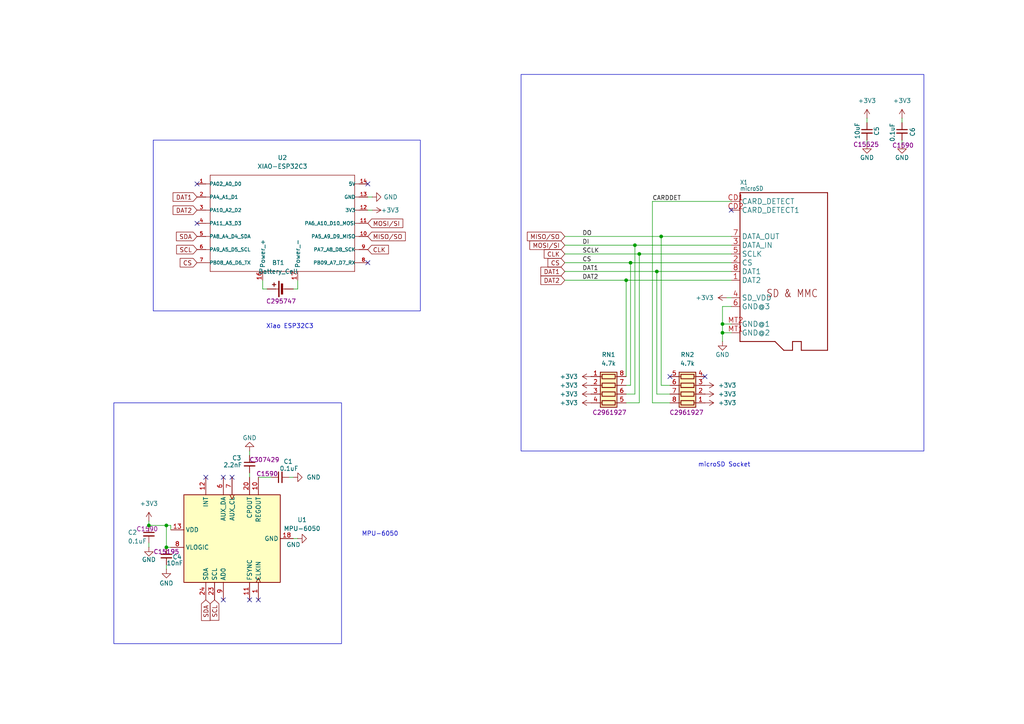
<source format=kicad_sch>
(kicad_sch
	(version 20250114)
	(generator "eeschema")
	(generator_version "9.0")
	(uuid "e77ab6fb-d550-45c3-a95d-db287a96fa78")
	(paper "A4")
	(title_block
		(title "TremorWatch")
		(date "2025-03-23")
	)
	(lib_symbols
		(symbol "Adafruit SDIO microSD-eagle-import:MICROSD"
			(exclude_from_sim no)
			(in_bom yes)
			(on_board yes)
			(property "Reference" "X"
				(at -12.7 22.606 0)
				(effects
					(font
						(size 1.27 1.0795)
					)
					(justify left bottom)
				)
			)
			(property "Value" ""
				(at -12.7 20.828 0)
				(effects
					(font
						(size 1.27 1.0795)
					)
					(justify left bottom)
				)
			)
			(property "Footprint" "Adafruit SDIO microSD:MICROSD"
				(at 0 0 0)
				(effects
					(font
						(size 1.27 1.27)
					)
					(hide yes)
				)
			)
			(property "Datasheet" ""
				(at 0 0 0)
				(effects
					(font
						(size 1.27 1.27)
					)
					(hide yes)
				)
			)
			(property "Description" "MicroSD/Transflash Card Holder with SPI pinout\n\n3M: 2908-05WB-MG4UConnector: 19656\n\nFootprint courtesy: Adafruit Industries"
				(at 0 0 0)
				(effects
					(font
						(size 1.27 1.27)
					)
					(hide yes)
				)
			)
			(property "ki_locked" ""
				(at 0 0 0)
				(effects
					(font
						(size 1.27 1.27)
					)
				)
			)
			(symbol "MICROSD_1_0"
				(polyline
					(pts
						(xy -12.7 20.32) (xy -12.7 -22.86)
					)
					(stroke
						(width 0.254)
						(type solid)
					)
					(fill
						(type none)
					)
				)
				(polyline
					(pts
						(xy -12.7 -22.86) (xy -2.54 -22.86)
					)
					(stroke
						(width 0.254)
						(type solid)
					)
					(fill
						(type none)
					)
				)
				(polyline
					(pts
						(xy -2.54 -22.86) (xy 0 -25.4)
					)
					(stroke
						(width 0.254)
						(type solid)
					)
					(fill
						(type none)
					)
				)
				(polyline
					(pts
						(xy 0 -25.4) (xy 2.54 -25.4)
					)
					(stroke
						(width 0.254)
						(type solid)
					)
					(fill
						(type none)
					)
				)
				(polyline
					(pts
						(xy 2.54 -22.86) (xy 5.08 -22.86)
					)
					(stroke
						(width 0.254)
						(type solid)
					)
					(fill
						(type none)
					)
				)
				(polyline
					(pts
						(xy 2.54 -25.4) (xy 2.54 -22.86)
					)
					(stroke
						(width 0.254)
						(type solid)
					)
					(fill
						(type none)
					)
				)
				(polyline
					(pts
						(xy 5.08 -22.86) (xy 5.08 -25.4)
					)
					(stroke
						(width 0.254)
						(type solid)
					)
					(fill
						(type none)
					)
				)
				(polyline
					(pts
						(xy 5.08 -25.4) (xy 12.7 -25.4)
					)
					(stroke
						(width 0.254)
						(type solid)
					)
					(fill
						(type none)
					)
				)
				(polyline
					(pts
						(xy 12.7 20.32) (xy -12.7 20.32)
					)
					(stroke
						(width 0.254)
						(type solid)
					)
					(fill
						(type none)
					)
				)
				(polyline
					(pts
						(xy 12.7 -25.4) (xy 12.7 20.32)
					)
					(stroke
						(width 0.254)
						(type solid)
					)
					(fill
						(type none)
					)
				)
				(text "SD & MMC"
					(at -5.08 -10.16 0)
					(effects
						(font
							(size 2.1844 1.8567)
						)
						(justify left bottom)
					)
				)
				(pin passive line
					(at -15.24 17.78 0)
					(length 2.54)
					(name "CARD_DETECT"
						(effects
							(font
								(size 1.524 1.524)
							)
						)
					)
					(number "CD1"
						(effects
							(font
								(size 1.524 1.524)
							)
						)
					)
				)
				(pin passive line
					(at -15.24 15.24 0)
					(length 2.54)
					(name "CARD_DETECT1"
						(effects
							(font
								(size 1.524 1.524)
							)
						)
					)
					(number "CD2"
						(effects
							(font
								(size 1.524 1.524)
							)
						)
					)
				)
				(pin output line
					(at -15.24 7.62 0)
					(length 2.54)
					(name "DATA_OUT"
						(effects
							(font
								(size 1.524 1.524)
							)
						)
					)
					(number "7"
						(effects
							(font
								(size 1.524 1.524)
							)
						)
					)
				)
				(pin input line
					(at -15.24 5.08 0)
					(length 2.54)
					(name "DATA_IN"
						(effects
							(font
								(size 1.524 1.524)
							)
						)
					)
					(number "3"
						(effects
							(font
								(size 1.524 1.524)
							)
						)
					)
				)
				(pin input line
					(at -15.24 2.54 0)
					(length 2.54)
					(name "SCLK"
						(effects
							(font
								(size 1.524 1.524)
							)
						)
					)
					(number "5"
						(effects
							(font
								(size 1.524 1.524)
							)
						)
					)
				)
				(pin input line
					(at -15.24 0 0)
					(length 2.54)
					(name "CS"
						(effects
							(font
								(size 1.524 1.524)
							)
						)
					)
					(number "2"
						(effects
							(font
								(size 1.524 1.524)
							)
						)
					)
				)
				(pin bidirectional line
					(at -15.24 -2.54 0)
					(length 2.54)
					(name "DAT1"
						(effects
							(font
								(size 1.524 1.524)
							)
						)
					)
					(number "8"
						(effects
							(font
								(size 1.524 1.524)
							)
						)
					)
				)
				(pin bidirectional line
					(at -15.24 -5.08 0)
					(length 2.54)
					(name "DAT2"
						(effects
							(font
								(size 1.524 1.524)
							)
						)
					)
					(number "1"
						(effects
							(font
								(size 1.524 1.524)
							)
						)
					)
				)
				(pin power_in line
					(at -15.24 -10.16 0)
					(length 2.54)
					(name "SD_VDD"
						(effects
							(font
								(size 1.524 1.524)
							)
						)
					)
					(number "4"
						(effects
							(font
								(size 1.524 1.524)
							)
						)
					)
				)
				(pin power_in line
					(at -15.24 -12.7 0)
					(length 2.54)
					(name "GND@3"
						(effects
							(font
								(size 1.524 1.524)
							)
						)
					)
					(number "6"
						(effects
							(font
								(size 1.524 1.524)
							)
						)
					)
				)
				(pin power_in line
					(at -15.24 -17.78 0)
					(length 2.54)
					(name "GND@1"
						(effects
							(font
								(size 1.524 1.524)
							)
						)
					)
					(number "MT2"
						(effects
							(font
								(size 1.524 1.524)
							)
						)
					)
				)
				(pin power_in line
					(at -15.24 -20.32 0)
					(length 2.54)
					(name "GND@2"
						(effects
							(font
								(size 1.524 1.524)
							)
						)
					)
					(number "MT1"
						(effects
							(font
								(size 1.524 1.524)
							)
						)
					)
				)
			)
			(embedded_fonts no)
		)
		(symbol "Device:Battery_Cell"
			(pin_numbers
				(hide yes)
			)
			(pin_names
				(offset 0)
				(hide yes)
			)
			(exclude_from_sim no)
			(in_bom yes)
			(on_board yes)
			(property "Reference" "BT"
				(at 2.54 2.54 0)
				(effects
					(font
						(size 1.27 1.27)
					)
					(justify left)
				)
			)
			(property "Value" "Battery_Cell"
				(at 2.54 0 0)
				(effects
					(font
						(size 1.27 1.27)
					)
					(justify left)
				)
			)
			(property "Footprint" ""
				(at 0 1.524 90)
				(effects
					(font
						(size 1.27 1.27)
					)
					(hide yes)
				)
			)
			(property "Datasheet" "~"
				(at 0 1.524 90)
				(effects
					(font
						(size 1.27 1.27)
					)
					(hide yes)
				)
			)
			(property "Description" "Single-cell battery"
				(at 0 0 0)
				(effects
					(font
						(size 1.27 1.27)
					)
					(hide yes)
				)
			)
			(property "ki_keywords" "battery cell"
				(at 0 0 0)
				(effects
					(font
						(size 1.27 1.27)
					)
					(hide yes)
				)
			)
			(symbol "Battery_Cell_0_1"
				(rectangle
					(start -2.286 1.778)
					(end 2.286 1.524)
					(stroke
						(width 0)
						(type default)
					)
					(fill
						(type outline)
					)
				)
				(rectangle
					(start -1.524 1.016)
					(end 1.524 0.508)
					(stroke
						(width 0)
						(type default)
					)
					(fill
						(type outline)
					)
				)
				(polyline
					(pts
						(xy 0 1.778) (xy 0 2.54)
					)
					(stroke
						(width 0)
						(type default)
					)
					(fill
						(type none)
					)
				)
				(polyline
					(pts
						(xy 0 0.762) (xy 0 0)
					)
					(stroke
						(width 0)
						(type default)
					)
					(fill
						(type none)
					)
				)
				(polyline
					(pts
						(xy 0.762 3.048) (xy 1.778 3.048)
					)
					(stroke
						(width 0.254)
						(type default)
					)
					(fill
						(type none)
					)
				)
				(polyline
					(pts
						(xy 1.27 3.556) (xy 1.27 2.54)
					)
					(stroke
						(width 0.254)
						(type default)
					)
					(fill
						(type none)
					)
				)
			)
			(symbol "Battery_Cell_1_1"
				(pin passive line
					(at 0 5.08 270)
					(length 2.54)
					(name "+"
						(effects
							(font
								(size 1.27 1.27)
							)
						)
					)
					(number "1"
						(effects
							(font
								(size 1.27 1.27)
							)
						)
					)
				)
				(pin passive line
					(at 0 -2.54 90)
					(length 2.54)
					(name "-"
						(effects
							(font
								(size 1.27 1.27)
							)
						)
					)
					(number "2"
						(effects
							(font
								(size 1.27 1.27)
							)
						)
					)
				)
			)
			(embedded_fonts no)
		)
		(symbol "Device:C_Small"
			(pin_numbers
				(hide yes)
			)
			(pin_names
				(offset 0.254)
				(hide yes)
			)
			(exclude_from_sim no)
			(in_bom yes)
			(on_board yes)
			(property "Reference" "C"
				(at 0.254 1.778 0)
				(effects
					(font
						(size 1.27 1.27)
					)
					(justify left)
				)
			)
			(property "Value" "C_Small"
				(at 0.254 -2.032 0)
				(effects
					(font
						(size 1.27 1.27)
					)
					(justify left)
				)
			)
			(property "Footprint" ""
				(at 0 0 0)
				(effects
					(font
						(size 1.27 1.27)
					)
					(hide yes)
				)
			)
			(property "Datasheet" "~"
				(at 0 0 0)
				(effects
					(font
						(size 1.27 1.27)
					)
					(hide yes)
				)
			)
			(property "Description" "Unpolarized capacitor, small symbol"
				(at 0 0 0)
				(effects
					(font
						(size 1.27 1.27)
					)
					(hide yes)
				)
			)
			(property "ki_keywords" "capacitor cap"
				(at 0 0 0)
				(effects
					(font
						(size 1.27 1.27)
					)
					(hide yes)
				)
			)
			(property "ki_fp_filters" "C_*"
				(at 0 0 0)
				(effects
					(font
						(size 1.27 1.27)
					)
					(hide yes)
				)
			)
			(symbol "C_Small_0_1"
				(polyline
					(pts
						(xy -1.524 0.508) (xy 1.524 0.508)
					)
					(stroke
						(width 0.3048)
						(type default)
					)
					(fill
						(type none)
					)
				)
				(polyline
					(pts
						(xy -1.524 -0.508) (xy 1.524 -0.508)
					)
					(stroke
						(width 0.3302)
						(type default)
					)
					(fill
						(type none)
					)
				)
			)
			(symbol "C_Small_1_1"
				(pin passive line
					(at 0 2.54 270)
					(length 2.032)
					(name "~"
						(effects
							(font
								(size 1.27 1.27)
							)
						)
					)
					(number "1"
						(effects
							(font
								(size 1.27 1.27)
							)
						)
					)
				)
				(pin passive line
					(at 0 -2.54 90)
					(length 2.032)
					(name "~"
						(effects
							(font
								(size 1.27 1.27)
							)
						)
					)
					(number "2"
						(effects
							(font
								(size 1.27 1.27)
							)
						)
					)
				)
			)
			(embedded_fonts no)
		)
		(symbol "Device:R_Pack04"
			(pin_names
				(offset 0)
				(hide yes)
			)
			(exclude_from_sim no)
			(in_bom yes)
			(on_board yes)
			(property "Reference" "RN"
				(at -7.62 0 90)
				(effects
					(font
						(size 1.27 1.27)
					)
				)
			)
			(property "Value" "R_Pack04"
				(at 5.08 0 90)
				(effects
					(font
						(size 1.27 1.27)
					)
				)
			)
			(property "Footprint" ""
				(at 6.985 0 90)
				(effects
					(font
						(size 1.27 1.27)
					)
					(hide yes)
				)
			)
			(property "Datasheet" "~"
				(at 0 0 0)
				(effects
					(font
						(size 1.27 1.27)
					)
					(hide yes)
				)
			)
			(property "Description" "4 resistor network, parallel topology"
				(at 0 0 0)
				(effects
					(font
						(size 1.27 1.27)
					)
					(hide yes)
				)
			)
			(property "ki_keywords" "R network parallel topology isolated"
				(at 0 0 0)
				(effects
					(font
						(size 1.27 1.27)
					)
					(hide yes)
				)
			)
			(property "ki_fp_filters" "DIP* SOIC* R*Array*Concave* R*Array*Convex* MSOP*"
				(at 0 0 0)
				(effects
					(font
						(size 1.27 1.27)
					)
					(hide yes)
				)
			)
			(symbol "R_Pack04_0_1"
				(rectangle
					(start -6.35 -2.413)
					(end 3.81 2.413)
					(stroke
						(width 0.254)
						(type default)
					)
					(fill
						(type background)
					)
				)
				(rectangle
					(start -5.715 1.905)
					(end -4.445 -1.905)
					(stroke
						(width 0.254)
						(type default)
					)
					(fill
						(type none)
					)
				)
				(polyline
					(pts
						(xy -5.08 1.905) (xy -5.08 2.54)
					)
					(stroke
						(width 0)
						(type default)
					)
					(fill
						(type none)
					)
				)
				(polyline
					(pts
						(xy -5.08 -2.54) (xy -5.08 -1.905)
					)
					(stroke
						(width 0)
						(type default)
					)
					(fill
						(type none)
					)
				)
				(rectangle
					(start -3.175 1.905)
					(end -1.905 -1.905)
					(stroke
						(width 0.254)
						(type default)
					)
					(fill
						(type none)
					)
				)
				(polyline
					(pts
						(xy -2.54 1.905) (xy -2.54 2.54)
					)
					(stroke
						(width 0)
						(type default)
					)
					(fill
						(type none)
					)
				)
				(polyline
					(pts
						(xy -2.54 -2.54) (xy -2.54 -1.905)
					)
					(stroke
						(width 0)
						(type default)
					)
					(fill
						(type none)
					)
				)
				(rectangle
					(start -0.635 1.905)
					(end 0.635 -1.905)
					(stroke
						(width 0.254)
						(type default)
					)
					(fill
						(type none)
					)
				)
				(polyline
					(pts
						(xy 0 1.905) (xy 0 2.54)
					)
					(stroke
						(width 0)
						(type default)
					)
					(fill
						(type none)
					)
				)
				(polyline
					(pts
						(xy 0 -2.54) (xy 0 -1.905)
					)
					(stroke
						(width 0)
						(type default)
					)
					(fill
						(type none)
					)
				)
				(rectangle
					(start 1.905 1.905)
					(end 3.175 -1.905)
					(stroke
						(width 0.254)
						(type default)
					)
					(fill
						(type none)
					)
				)
				(polyline
					(pts
						(xy 2.54 1.905) (xy 2.54 2.54)
					)
					(stroke
						(width 0)
						(type default)
					)
					(fill
						(type none)
					)
				)
				(polyline
					(pts
						(xy 2.54 -2.54) (xy 2.54 -1.905)
					)
					(stroke
						(width 0)
						(type default)
					)
					(fill
						(type none)
					)
				)
			)
			(symbol "R_Pack04_1_1"
				(pin passive line
					(at -5.08 5.08 270)
					(length 2.54)
					(name "R1.2"
						(effects
							(font
								(size 1.27 1.27)
							)
						)
					)
					(number "8"
						(effects
							(font
								(size 1.27 1.27)
							)
						)
					)
				)
				(pin passive line
					(at -5.08 -5.08 90)
					(length 2.54)
					(name "R1.1"
						(effects
							(font
								(size 1.27 1.27)
							)
						)
					)
					(number "1"
						(effects
							(font
								(size 1.27 1.27)
							)
						)
					)
				)
				(pin passive line
					(at -2.54 5.08 270)
					(length 2.54)
					(name "R2.2"
						(effects
							(font
								(size 1.27 1.27)
							)
						)
					)
					(number "7"
						(effects
							(font
								(size 1.27 1.27)
							)
						)
					)
				)
				(pin passive line
					(at -2.54 -5.08 90)
					(length 2.54)
					(name "R2.1"
						(effects
							(font
								(size 1.27 1.27)
							)
						)
					)
					(number "2"
						(effects
							(font
								(size 1.27 1.27)
							)
						)
					)
				)
				(pin passive line
					(at 0 5.08 270)
					(length 2.54)
					(name "R3.2"
						(effects
							(font
								(size 1.27 1.27)
							)
						)
					)
					(number "6"
						(effects
							(font
								(size 1.27 1.27)
							)
						)
					)
				)
				(pin passive line
					(at 0 -5.08 90)
					(length 2.54)
					(name "R3.1"
						(effects
							(font
								(size 1.27 1.27)
							)
						)
					)
					(number "3"
						(effects
							(font
								(size 1.27 1.27)
							)
						)
					)
				)
				(pin passive line
					(at 2.54 5.08 270)
					(length 2.54)
					(name "R4.2"
						(effects
							(font
								(size 1.27 1.27)
							)
						)
					)
					(number "5"
						(effects
							(font
								(size 1.27 1.27)
							)
						)
					)
				)
				(pin passive line
					(at 2.54 -5.08 90)
					(length 2.54)
					(name "R4.1"
						(effects
							(font
								(size 1.27 1.27)
							)
						)
					)
					(number "4"
						(effects
							(font
								(size 1.27 1.27)
							)
						)
					)
				)
			)
			(embedded_fonts no)
		)
		(symbol "Sensor_Motion:MPU-6050"
			(exclude_from_sim no)
			(in_bom yes)
			(on_board yes)
			(property "Reference" "U"
				(at -11.43 13.97 0)
				(effects
					(font
						(size 1.27 1.27)
					)
				)
			)
			(property "Value" "MPU-6050"
				(at 7.62 -15.24 0)
				(effects
					(font
						(size 1.27 1.27)
					)
				)
			)
			(property "Footprint" "Sensor_Motion:InvenSense_QFN-24_4x4mm_P0.5mm"
				(at 0 -20.32 0)
				(effects
					(font
						(size 1.27 1.27)
					)
					(hide yes)
				)
			)
			(property "Datasheet" "https://invensense.tdk.com/wp-content/uploads/2015/02/MPU-6000-Datasheet1.pdf"
				(at 0 -3.81 0)
				(effects
					(font
						(size 1.27 1.27)
					)
					(hide yes)
				)
			)
			(property "Description" "InvenSense 6-Axis Motion Sensor, Gyroscope, Accelerometer, I2C"
				(at 0 0 0)
				(effects
					(font
						(size 1.27 1.27)
					)
					(hide yes)
				)
			)
			(property "ki_keywords" "mems"
				(at 0 0 0)
				(effects
					(font
						(size 1.27 1.27)
					)
					(hide yes)
				)
			)
			(property "ki_fp_filters" "*QFN*4x4mm*P0.5mm*"
				(at 0 0 0)
				(effects
					(font
						(size 1.27 1.27)
					)
					(hide yes)
				)
			)
			(symbol "MPU-6050_0_0"
				(text ""
					(at 12.7 -2.54 0)
					(effects
						(font
							(size 1.27 1.27)
						)
					)
				)
			)
			(symbol "MPU-6050_0_1"
				(rectangle
					(start -12.7 13.97)
					(end 12.7 -13.97)
					(stroke
						(width 0.254)
						(type default)
					)
					(fill
						(type background)
					)
				)
			)
			(symbol "MPU-6050_1_1"
				(pin bidirectional line
					(at -17.78 7.62 0)
					(length 5.08)
					(name "SDA"
						(effects
							(font
								(size 1.27 1.27)
							)
						)
					)
					(number "24"
						(effects
							(font
								(size 1.27 1.27)
							)
						)
					)
				)
				(pin input line
					(at -17.78 5.08 0)
					(length 5.08)
					(name "SCL"
						(effects
							(font
								(size 1.27 1.27)
							)
						)
					)
					(number "23"
						(effects
							(font
								(size 1.27 1.27)
							)
						)
					)
				)
				(pin input line
					(at -17.78 2.54 0)
					(length 5.08)
					(name "AD0"
						(effects
							(font
								(size 1.27 1.27)
							)
						)
					)
					(number "9"
						(effects
							(font
								(size 1.27 1.27)
							)
						)
					)
				)
				(pin input line
					(at -17.78 -5.08 0)
					(length 5.08)
					(name "FSYNC"
						(effects
							(font
								(size 1.27 1.27)
							)
						)
					)
					(number "11"
						(effects
							(font
								(size 1.27 1.27)
							)
						)
					)
				)
				(pin input clock
					(at -17.78 -7.62 0)
					(length 5.08)
					(name "CLKIN"
						(effects
							(font
								(size 1.27 1.27)
							)
						)
					)
					(number "1"
						(effects
							(font
								(size 1.27 1.27)
							)
						)
					)
				)
				(pin no_connect line
					(at -12.7 12.7 0)
					(length 2.54)
					(hide yes)
					(name "NC"
						(effects
							(font
								(size 1.27 1.27)
							)
						)
					)
					(number "2"
						(effects
							(font
								(size 1.27 1.27)
							)
						)
					)
				)
				(pin no_connect line
					(at -12.7 10.16 0)
					(length 2.54)
					(hide yes)
					(name "NC"
						(effects
							(font
								(size 1.27 1.27)
							)
						)
					)
					(number "3"
						(effects
							(font
								(size 1.27 1.27)
							)
						)
					)
				)
				(pin no_connect line
					(at -12.7 0 0)
					(length 2.54)
					(hide yes)
					(name "NC"
						(effects
							(font
								(size 1.27 1.27)
							)
						)
					)
					(number "4"
						(effects
							(font
								(size 1.27 1.27)
							)
						)
					)
				)
				(pin no_connect line
					(at -12.7 -2.54 0)
					(length 2.54)
					(hide yes)
					(name "NC"
						(effects
							(font
								(size 1.27 1.27)
							)
						)
					)
					(number "5"
						(effects
							(font
								(size 1.27 1.27)
							)
						)
					)
				)
				(pin no_connect line
					(at -12.7 -10.16 0)
					(length 2.54)
					(hide yes)
					(name "NC"
						(effects
							(font
								(size 1.27 1.27)
							)
						)
					)
					(number "14"
						(effects
							(font
								(size 1.27 1.27)
							)
						)
					)
				)
				(pin power_in line
					(at -2.54 17.78 270)
					(length 3.81)
					(name "VLOGIC"
						(effects
							(font
								(size 1.27 1.27)
							)
						)
					)
					(number "8"
						(effects
							(font
								(size 1.27 1.27)
							)
						)
					)
				)
				(pin power_in line
					(at 0 -17.78 90)
					(length 3.81)
					(name "GND"
						(effects
							(font
								(size 1.27 1.27)
							)
						)
					)
					(number "18"
						(effects
							(font
								(size 1.27 1.27)
							)
						)
					)
				)
				(pin power_in line
					(at 2.54 17.78 270)
					(length 3.81)
					(name "VDD"
						(effects
							(font
								(size 1.27 1.27)
							)
						)
					)
					(number "13"
						(effects
							(font
								(size 1.27 1.27)
							)
						)
					)
				)
				(pin no_connect line
					(at 12.7 12.7 180)
					(length 2.54)
					(hide yes)
					(name "NC"
						(effects
							(font
								(size 1.27 1.27)
							)
						)
					)
					(number "15"
						(effects
							(font
								(size 1.27 1.27)
							)
						)
					)
				)
				(pin no_connect line
					(at 12.7 10.16 180)
					(length 2.54)
					(hide yes)
					(name "NC"
						(effects
							(font
								(size 1.27 1.27)
							)
						)
					)
					(number "16"
						(effects
							(font
								(size 1.27 1.27)
							)
						)
					)
				)
				(pin no_connect line
					(at 12.7 5.08 180)
					(length 2.54)
					(hide yes)
					(name "NC"
						(effects
							(font
								(size 1.27 1.27)
							)
						)
					)
					(number "17"
						(effects
							(font
								(size 1.27 1.27)
							)
						)
					)
				)
				(pin no_connect line
					(at 12.7 -2.54 180)
					(length 2.54)
					(hide yes)
					(name "RESV"
						(effects
							(font
								(size 1.27 1.27)
							)
						)
					)
					(number "21"
						(effects
							(font
								(size 1.27 1.27)
							)
						)
					)
				)
				(pin no_connect line
					(at 12.7 -10.16 180)
					(length 2.54)
					(hide yes)
					(name "RESV"
						(effects
							(font
								(size 1.27 1.27)
							)
						)
					)
					(number "19"
						(effects
							(font
								(size 1.27 1.27)
							)
						)
					)
				)
				(pin no_connect line
					(at 12.7 -12.7 180)
					(length 2.54)
					(hide yes)
					(name "RESV"
						(effects
							(font
								(size 1.27 1.27)
							)
						)
					)
					(number "22"
						(effects
							(font
								(size 1.27 1.27)
							)
						)
					)
				)
				(pin output line
					(at 17.78 7.62 180)
					(length 5.08)
					(name "INT"
						(effects
							(font
								(size 1.27 1.27)
							)
						)
					)
					(number "12"
						(effects
							(font
								(size 1.27 1.27)
							)
						)
					)
				)
				(pin bidirectional line
					(at 17.78 2.54 180)
					(length 5.08)
					(name "AUX_DA"
						(effects
							(font
								(size 1.27 1.27)
							)
						)
					)
					(number "6"
						(effects
							(font
								(size 1.27 1.27)
							)
						)
					)
				)
				(pin output clock
					(at 17.78 0 180)
					(length 5.08)
					(name "AUX_CL"
						(effects
							(font
								(size 1.27 1.27)
							)
						)
					)
					(number "7"
						(effects
							(font
								(size 1.27 1.27)
							)
						)
					)
				)
				(pin passive line
					(at 17.78 -5.08 180)
					(length 5.08)
					(name "CPOUT"
						(effects
							(font
								(size 1.27 1.27)
							)
						)
					)
					(number "20"
						(effects
							(font
								(size 1.27 1.27)
							)
						)
					)
				)
				(pin passive line
					(at 17.78 -7.62 180)
					(length 5.08)
					(name "REGOUT"
						(effects
							(font
								(size 1.27 1.27)
							)
						)
					)
					(number "10"
						(effects
							(font
								(size 1.27 1.27)
							)
						)
					)
				)
			)
			(embedded_fonts no)
		)
		(symbol "XIAO_ESP32C3:MOUDLE-SEEEDUINO-XIAO-ESP32C3"
			(pin_names
				(offset 1.016)
			)
			(exclude_from_sim no)
			(in_bom yes)
			(on_board yes)
			(property "Reference" "U2"
				(at -0.635 19.05 0)
				(effects
					(font
						(size 1.27 1.27)
					)
				)
			)
			(property "Value" "XIAO-ESP32C3"
				(at -0.635 16.51 0)
				(effects
					(font
						(size 1.27 1.27)
					)
				)
			)
			(property "Footprint" "RF_Module:MCU_Seeed_ESP32C3"
				(at 0 0 0)
				(effects
					(font
						(size 1.27 1.27)
					)
					(justify bottom)
					(hide yes)
				)
			)
			(property "Datasheet" ""
				(at 0 0 0)
				(effects
					(font
						(size 1.27 1.27)
					)
					(hide yes)
				)
			)
			(property "Description" ""
				(at 0 0 0)
				(effects
					(font
						(size 1.27 1.27)
					)
					(hide yes)
				)
			)
			(symbol "MOUDLE-SEEEDUINO-XIAO-ESP32C3_0_0"
				(polyline
					(pts
						(xy -21.59 13.97) (xy 20.32 13.97)
					)
					(stroke
						(width 0.1524)
						(type default)
					)
					(fill
						(type none)
					)
				)
				(polyline
					(pts
						(xy -21.59 11.43) (xy -22.86 11.43)
					)
					(stroke
						(width 0.1524)
						(type default)
					)
					(fill
						(type none)
					)
				)
				(polyline
					(pts
						(xy -21.59 11.43) (xy -21.59 13.97)
					)
					(stroke
						(width 0.1524)
						(type default)
					)
					(fill
						(type none)
					)
				)
				(polyline
					(pts
						(xy -21.59 7.62) (xy -22.86 7.62)
					)
					(stroke
						(width 0.1524)
						(type default)
					)
					(fill
						(type none)
					)
				)
				(polyline
					(pts
						(xy -21.59 7.62) (xy -21.59 11.43)
					)
					(stroke
						(width 0.1524)
						(type default)
					)
					(fill
						(type none)
					)
				)
				(polyline
					(pts
						(xy -21.59 3.81) (xy -22.86 3.81)
					)
					(stroke
						(width 0.1524)
						(type default)
					)
					(fill
						(type none)
					)
				)
				(polyline
					(pts
						(xy -21.59 3.81) (xy -21.59 7.62)
					)
					(stroke
						(width 0.1524)
						(type default)
					)
					(fill
						(type none)
					)
				)
				(polyline
					(pts
						(xy -21.59 0) (xy -22.86 0)
					)
					(stroke
						(width 0.1524)
						(type default)
					)
					(fill
						(type none)
					)
				)
				(polyline
					(pts
						(xy -21.59 0) (xy -21.59 3.81)
					)
					(stroke
						(width 0.1524)
						(type default)
					)
					(fill
						(type none)
					)
				)
				(polyline
					(pts
						(xy -21.59 -3.81) (xy -22.86 -3.81)
					)
					(stroke
						(width 0.1524)
						(type default)
					)
					(fill
						(type none)
					)
				)
				(polyline
					(pts
						(xy -21.59 -7.62) (xy -22.86 -7.62)
					)
					(stroke
						(width 0.1524)
						(type default)
					)
					(fill
						(type none)
					)
				)
				(polyline
					(pts
						(xy -21.59 -11.43) (xy -22.86 -11.43)
					)
					(stroke
						(width 0.1524)
						(type default)
					)
					(fill
						(type none)
					)
				)
				(polyline
					(pts
						(xy -21.59 -13.97) (xy -21.59 0)
					)
					(stroke
						(width 0.1524)
						(type default)
					)
					(fill
						(type none)
					)
				)
				(polyline
					(pts
						(xy 20.32 13.97) (xy 20.32 11.43)
					)
					(stroke
						(width 0.1524)
						(type default)
					)
					(fill
						(type none)
					)
				)
				(polyline
					(pts
						(xy 20.32 11.43) (xy 20.32 7.62)
					)
					(stroke
						(width 0.1524)
						(type default)
					)
					(fill
						(type none)
					)
				)
				(polyline
					(pts
						(xy 20.32 7.62) (xy 20.32 3.81)
					)
					(stroke
						(width 0.1524)
						(type default)
					)
					(fill
						(type none)
					)
				)
				(polyline
					(pts
						(xy 20.32 3.81) (xy 20.32 -13.97)
					)
					(stroke
						(width 0.1524)
						(type default)
					)
					(fill
						(type none)
					)
				)
				(polyline
					(pts
						(xy 20.32 -13.97) (xy -21.59 -13.97)
					)
					(stroke
						(width 0.1524)
						(type default)
					)
					(fill
						(type none)
					)
				)
				(polyline
					(pts
						(xy 21.59 11.43) (xy 20.32 11.43)
					)
					(stroke
						(width 0.1524)
						(type default)
					)
					(fill
						(type none)
					)
				)
				(polyline
					(pts
						(xy 21.59 7.62) (xy 20.32 7.62)
					)
					(stroke
						(width 0.1524)
						(type default)
					)
					(fill
						(type none)
					)
				)
				(polyline
					(pts
						(xy 21.59 3.81) (xy 20.32 3.81)
					)
					(stroke
						(width 0.1524)
						(type default)
					)
					(fill
						(type none)
					)
				)
				(polyline
					(pts
						(xy 21.59 0) (xy 20.32 0)
					)
					(stroke
						(width 0.1524)
						(type default)
					)
					(fill
						(type none)
					)
				)
				(polyline
					(pts
						(xy 21.59 -3.81) (xy 20.32 -3.81)
					)
					(stroke
						(width 0.1524)
						(type default)
					)
					(fill
						(type none)
					)
				)
				(polyline
					(pts
						(xy 21.59 -7.62) (xy 20.32 -7.62)
					)
					(stroke
						(width 0.1524)
						(type default)
					)
					(fill
						(type none)
					)
				)
				(polyline
					(pts
						(xy 21.59 -11.43) (xy 20.32 -11.43)
					)
					(stroke
						(width 0.1524)
						(type default)
					)
					(fill
						(type none)
					)
				)
				(pin bidirectional line
					(at -25.4 11.43 0)
					(length 2.54)
					(name "PA02_A0_D0"
						(effects
							(font
								(size 1.016 1.016)
							)
						)
					)
					(number "1"
						(effects
							(font
								(size 1.016 1.016)
							)
						)
					)
				)
				(pin bidirectional line
					(at -25.4 7.62 0)
					(length 2.54)
					(name "PA4_A1_D1"
						(effects
							(font
								(size 1.016 1.016)
							)
						)
					)
					(number "2"
						(effects
							(font
								(size 1.016 1.016)
							)
						)
					)
				)
				(pin bidirectional line
					(at -25.4 3.81 0)
					(length 2.54)
					(name "PA10_A2_D2"
						(effects
							(font
								(size 1.016 1.016)
							)
						)
					)
					(number "3"
						(effects
							(font
								(size 1.016 1.016)
							)
						)
					)
				)
				(pin bidirectional line
					(at -25.4 0 0)
					(length 2.54)
					(name "PA11_A3_D3"
						(effects
							(font
								(size 1.016 1.016)
							)
						)
					)
					(number "4"
						(effects
							(font
								(size 1.016 1.016)
							)
						)
					)
				)
				(pin bidirectional line
					(at -25.4 -3.81 0)
					(length 2.54)
					(name "PA8_A4_D4_SDA"
						(effects
							(font
								(size 1.016 1.016)
							)
						)
					)
					(number "5"
						(effects
							(font
								(size 1.016 1.016)
							)
						)
					)
				)
				(pin bidirectional line
					(at -25.4 -7.62 0)
					(length 2.54)
					(name "PA9_A5_D5_SCL"
						(effects
							(font
								(size 1.016 1.016)
							)
						)
					)
					(number "6"
						(effects
							(font
								(size 1.016 1.016)
							)
						)
					)
				)
				(pin bidirectional line
					(at -25.4 -11.43 0)
					(length 2.54)
					(name "PB08_A6_D6_TX"
						(effects
							(font
								(size 1.016 1.016)
							)
						)
					)
					(number "7"
						(effects
							(font
								(size 1.016 1.016)
							)
						)
					)
				)
				(pin bidirectional line
					(at 24.13 11.43 180)
					(length 2.54)
					(name "5V"
						(effects
							(font
								(size 1.016 1.016)
							)
						)
					)
					(number "14"
						(effects
							(font
								(size 1.016 1.016)
							)
						)
					)
				)
				(pin bidirectional line
					(at 24.13 7.62 180)
					(length 2.54)
					(name "GND"
						(effects
							(font
								(size 1.016 1.016)
							)
						)
					)
					(number "13"
						(effects
							(font
								(size 1.016 1.016)
							)
						)
					)
				)
				(pin bidirectional line
					(at 24.13 3.81 180)
					(length 2.54)
					(name "3V3"
						(effects
							(font
								(size 1.016 1.016)
							)
						)
					)
					(number "12"
						(effects
							(font
								(size 1.016 1.016)
							)
						)
					)
				)
				(pin bidirectional line
					(at 24.13 0 180)
					(length 2.54)
					(name "PA6_A10_D10_MOSI"
						(effects
							(font
								(size 1.016 1.016)
							)
						)
					)
					(number "11"
						(effects
							(font
								(size 1.016 1.016)
							)
						)
					)
				)
				(pin bidirectional line
					(at 24.13 -3.81 180)
					(length 2.54)
					(name "PA5_A9_D9_MISO"
						(effects
							(font
								(size 1.016 1.016)
							)
						)
					)
					(number "10"
						(effects
							(font
								(size 1.016 1.016)
							)
						)
					)
				)
				(pin bidirectional line
					(at 24.13 -7.62 180)
					(length 2.54)
					(name "PA7_A8_D8_SCK"
						(effects
							(font
								(size 1.016 1.016)
							)
						)
					)
					(number "9"
						(effects
							(font
								(size 1.016 1.016)
							)
						)
					)
				)
				(pin bidirectional line
					(at 24.13 -11.43 180)
					(length 2.54)
					(name "PB09_A7_D7_RX"
						(effects
							(font
								(size 1.016 1.016)
							)
						)
					)
					(number "8"
						(effects
							(font
								(size 1.016 1.016)
							)
						)
					)
				)
			)
			(symbol "MOUDLE-SEEEDUINO-XIAO-ESP32C3_1_1"
				(pin power_in line
					(at -6.35 -16.51 90)
					(length 2.54)
					(name "Power_+"
						(effects
							(font
								(size 1.27 1.27)
							)
						)
					)
					(number "16"
						(effects
							(font
								(size 1.27 1.27)
							)
						)
					)
				)
				(pin power_in line
					(at 3.81 -16.51 90)
					(length 2.54)
					(name "Power_-"
						(effects
							(font
								(size 1.27 1.27)
							)
						)
					)
					(number "17"
						(effects
							(font
								(size 1.27 1.27)
							)
						)
					)
				)
			)
			(embedded_fonts no)
		)
		(symbol "power:+3V3"
			(power)
			(pin_numbers
				(hide yes)
			)
			(pin_names
				(offset 0)
				(hide yes)
			)
			(exclude_from_sim no)
			(in_bom yes)
			(on_board yes)
			(property "Reference" "#PWR"
				(at 0 -3.81 0)
				(effects
					(font
						(size 1.27 1.27)
					)
					(hide yes)
				)
			)
			(property "Value" "+3V3"
				(at 0 3.556 0)
				(effects
					(font
						(size 1.27 1.27)
					)
				)
			)
			(property "Footprint" ""
				(at 0 0 0)
				(effects
					(font
						(size 1.27 1.27)
					)
					(hide yes)
				)
			)
			(property "Datasheet" ""
				(at 0 0 0)
				(effects
					(font
						(size 1.27 1.27)
					)
					(hide yes)
				)
			)
			(property "Description" "Power symbol creates a global label with name \"+3V3\""
				(at 0 0 0)
				(effects
					(font
						(size 1.27 1.27)
					)
					(hide yes)
				)
			)
			(property "ki_keywords" "global power"
				(at 0 0 0)
				(effects
					(font
						(size 1.27 1.27)
					)
					(hide yes)
				)
			)
			(symbol "+3V3_0_1"
				(polyline
					(pts
						(xy -0.762 1.27) (xy 0 2.54)
					)
					(stroke
						(width 0)
						(type default)
					)
					(fill
						(type none)
					)
				)
				(polyline
					(pts
						(xy 0 2.54) (xy 0.762 1.27)
					)
					(stroke
						(width 0)
						(type default)
					)
					(fill
						(type none)
					)
				)
				(polyline
					(pts
						(xy 0 0) (xy 0 2.54)
					)
					(stroke
						(width 0)
						(type default)
					)
					(fill
						(type none)
					)
				)
			)
			(symbol "+3V3_1_1"
				(pin power_in line
					(at 0 0 90)
					(length 0)
					(name "~"
						(effects
							(font
								(size 1.27 1.27)
							)
						)
					)
					(number "1"
						(effects
							(font
								(size 1.27 1.27)
							)
						)
					)
				)
			)
			(embedded_fonts no)
		)
		(symbol "power:GND"
			(power)
			(pin_numbers
				(hide yes)
			)
			(pin_names
				(offset 0)
				(hide yes)
			)
			(exclude_from_sim no)
			(in_bom yes)
			(on_board yes)
			(property "Reference" "#PWR"
				(at 0 -6.35 0)
				(effects
					(font
						(size 1.27 1.27)
					)
					(hide yes)
				)
			)
			(property "Value" "GND"
				(at 0 -3.81 0)
				(effects
					(font
						(size 1.27 1.27)
					)
				)
			)
			(property "Footprint" ""
				(at 0 0 0)
				(effects
					(font
						(size 1.27 1.27)
					)
					(hide yes)
				)
			)
			(property "Datasheet" ""
				(at 0 0 0)
				(effects
					(font
						(size 1.27 1.27)
					)
					(hide yes)
				)
			)
			(property "Description" "Power symbol creates a global label with name \"GND\" , ground"
				(at 0 0 0)
				(effects
					(font
						(size 1.27 1.27)
					)
					(hide yes)
				)
			)
			(property "ki_keywords" "global power"
				(at 0 0 0)
				(effects
					(font
						(size 1.27 1.27)
					)
					(hide yes)
				)
			)
			(symbol "GND_0_1"
				(polyline
					(pts
						(xy 0 0) (xy 0 -1.27) (xy 1.27 -1.27) (xy 0 -2.54) (xy -1.27 -1.27) (xy 0 -1.27)
					)
					(stroke
						(width 0)
						(type default)
					)
					(fill
						(type none)
					)
				)
			)
			(symbol "GND_1_1"
				(pin power_in line
					(at 0 0 270)
					(length 0)
					(name "~"
						(effects
							(font
								(size 1.27 1.27)
							)
						)
					)
					(number "1"
						(effects
							(font
								(size 1.27 1.27)
							)
						)
					)
				)
			)
			(embedded_fonts no)
		)
	)
	(rectangle
		(start 33.02 116.84)
		(end 99.06 186.69)
		(stroke
			(width 0)
			(type default)
		)
		(fill
			(type none)
		)
		(uuid 1836703a-1d7c-4414-8594-54666d5fb111)
	)
	(rectangle
		(start 44.45 40.64)
		(end 121.92 90.17)
		(stroke
			(width 0)
			(type default)
		)
		(fill
			(type none)
		)
		(uuid 477119e8-9d66-42ab-a475-b9e5a7cd93aa)
	)
	(rectangle
		(start 151.13 21.59)
		(end 267.97 130.81)
		(stroke
			(width 0)
			(type default)
		)
		(fill
			(type none)
		)
		(uuid f4a04c25-183c-46fb-8f7d-4372bba026b9)
	)
	(text "MPU-6050"
		(exclude_from_sim no)
		(at 110.236 154.94 0)
		(effects
			(font
				(size 1.27 1.27)
			)
		)
		(uuid "0771c108-745d-4165-b775-5e0fb5180c02")
	)
	(text "microSD Socket"
		(exclude_from_sim no)
		(at 210.058 134.874 0)
		(effects
			(font
				(size 1.27 1.27)
			)
		)
		(uuid "08cdb8bb-052a-42ae-b881-0e3f1d0892ea")
	)
	(text "Xiao ESP32C3\n"
		(exclude_from_sim no)
		(at 84.074 94.742 0)
		(effects
			(font
				(size 1.27 1.27)
				(thickness 0.1588)
			)
		)
		(uuid "82c4c334-91ff-4972-8002-a4581e2bd941")
	)
	(junction
		(at 184.15 71.12)
		(diameter 0)
		(color 0 0 0 0)
		(uuid "13d8a92e-78a8-41b6-9204-285c0f5c6a97")
	)
	(junction
		(at 185.42 73.66)
		(diameter 0)
		(color 0 0 0 0)
		(uuid "4f56e039-aa54-4ba2-b06d-8f37037755e4")
	)
	(junction
		(at 190.5 78.74)
		(diameter 0)
		(color 0 0 0 0)
		(uuid "77466fc3-675b-4796-a261-2517ac85ae03")
	)
	(junction
		(at 191.77 68.58)
		(diameter 0)
		(color 0 0 0 0)
		(uuid "8f132523-b1cc-430b-80a3-f2b8a1461dae")
	)
	(junction
		(at 48.26 152.4)
		(diameter 0)
		(color 0 0 0 0)
		(uuid "938e4d1f-10a5-4b41-9e08-a808a69b8364")
	)
	(junction
		(at 209.55 96.52)
		(diameter 0)
		(color 0 0 0 0)
		(uuid "a55b02ce-e76a-4a8f-ab65-c5fae388663d")
	)
	(junction
		(at 209.55 93.98)
		(diameter 0)
		(color 0 0 0 0)
		(uuid "c424268b-420b-4a23-b33e-1a2a70ce3521")
	)
	(junction
		(at 43.18 152.4)
		(diameter 0)
		(color 0 0 0 0)
		(uuid "c4c15aa2-35fd-4373-a360-6561ff36e41a")
	)
	(junction
		(at 48.26 158.75)
		(diameter 0)
		(color 0 0 0 0)
		(uuid "d7b18674-7a53-4665-83a6-8a46a65aec3a")
	)
	(junction
		(at 181.61 81.28)
		(diameter 0)
		(color 0 0 0 0)
		(uuid "f8f13837-2dc3-4eec-ac83-9203c497dc30")
	)
	(junction
		(at 182.88 76.2)
		(diameter 0)
		(color 0 0 0 0)
		(uuid "f9066258-a70c-42be-9407-47acac38ef31")
	)
	(no_connect
		(at 106.68 53.34)
		(uuid "048832b6-47be-4f4a-aa35-9168416126d9")
	)
	(no_connect
		(at 67.31 138.43)
		(uuid "048893de-d881-430d-8c44-773e1ab22dc6")
	)
	(no_connect
		(at 74.93 173.99)
		(uuid "1aa7b988-8d1f-4cb6-96fa-ecb2b29be099")
	)
	(no_connect
		(at 57.15 64.77)
		(uuid "22d98f36-8b6f-4c6d-8db3-31d7afc78760")
	)
	(no_connect
		(at 204.47 109.22)
		(uuid "2bddbeb3-d0c0-4ecb-8243-ca116e241aeb")
	)
	(no_connect
		(at 194.31 109.22)
		(uuid "5685e2df-c968-4e5e-9cc4-b99a7518fcf0")
	)
	(no_connect
		(at 106.68 76.2)
		(uuid "746ba4d3-489d-4b15-a17e-6959c069debf")
	)
	(no_connect
		(at 59.69 138.43)
		(uuid "7e0cd170-ba29-4d63-8ced-a3425293b4f1")
	)
	(no_connect
		(at 72.39 173.99)
		(uuid "8d97616e-5499-4507-9de4-79f4558d01ed")
	)
	(no_connect
		(at 64.77 173.99)
		(uuid "9afdbd00-62e3-4532-bcdb-1568c49b7630")
	)
	(no_connect
		(at 57.15 53.34)
		(uuid "b3a5c7b0-5e71-4301-a008-61947fdf1fc4")
	)
	(no_connect
		(at 212.09 60.96)
		(uuid "ba5e6d5a-bb05-4494-af87-814b4f131453")
	)
	(no_connect
		(at 64.77 138.43)
		(uuid "fe08c3a5-6523-4148-932b-b84a60f026d2")
	)
	(wire
		(pts
			(xy 189.23 58.42) (xy 212.09 58.42)
		)
		(stroke
			(width 0)
			(type default)
		)
		(uuid "06980cab-da4f-49f9-892d-d3035500d50e")
	)
	(wire
		(pts
			(xy 209.55 96.52) (xy 209.55 99.06)
		)
		(stroke
			(width 0)
			(type default)
		)
		(uuid "06d9cb9f-3950-4e8a-a2a2-b5c384782007")
	)
	(wire
		(pts
			(xy 163.83 76.2) (xy 182.88 76.2)
		)
		(stroke
			(width 0)
			(type default)
		)
		(uuid "0bcb3a83-8885-488d-a164-a0b29684e251")
	)
	(wire
		(pts
			(xy 181.61 81.28) (xy 181.61 109.22)
		)
		(stroke
			(width 0)
			(type default)
		)
		(uuid "107b36bf-d80b-4d22-b834-08e09a708a03")
	)
	(wire
		(pts
			(xy 48.26 158.75) (xy 49.53 158.75)
		)
		(stroke
			(width 0)
			(type default)
		)
		(uuid "149b4e48-102e-4f81-bcf8-97b8b7e426e7")
	)
	(wire
		(pts
			(xy 209.55 88.9) (xy 209.55 93.98)
		)
		(stroke
			(width 0)
			(type default)
		)
		(uuid "1c590788-9313-4442-9220-2f6e32a57cc6")
	)
	(wire
		(pts
			(xy 194.31 114.3) (xy 190.5 114.3)
		)
		(stroke
			(width 0)
			(type default)
		)
		(uuid "1daf55c8-4afc-4013-abff-e07844bd8879")
	)
	(wire
		(pts
			(xy 190.5 78.74) (xy 212.09 78.74)
		)
		(stroke
			(width 0.1524)
			(type solid)
		)
		(uuid "1f3de79d-ebb4-4168-87ff-c5b21e281d71")
	)
	(wire
		(pts
			(xy 212.09 86.36) (xy 210.82 86.36)
		)
		(stroke
			(width 0.1524)
			(type solid)
		)
		(uuid "2002b6c8-d855-4556-a4fc-8d3dc072d279")
	)
	(wire
		(pts
			(xy 194.31 116.84) (xy 189.23 116.84)
		)
		(stroke
			(width 0)
			(type default)
		)
		(uuid "200cb973-125f-4e95-8f06-28000d442f8a")
	)
	(wire
		(pts
			(xy 209.55 96.52) (xy 212.09 96.52)
		)
		(stroke
			(width 0)
			(type default)
		)
		(uuid "202e9381-5beb-439b-9898-0762e8fed3dd")
	)
	(wire
		(pts
			(xy 76.2 83.82) (xy 76.2 81.28)
		)
		(stroke
			(width 0)
			(type default)
		)
		(uuid "203a8644-6de8-45ca-81f2-3aa2b8aaf4ff")
	)
	(wire
		(pts
			(xy 163.83 71.12) (xy 184.15 71.12)
		)
		(stroke
			(width 0)
			(type default)
		)
		(uuid "2486f963-9981-443e-bc33-121e4549fb8f")
	)
	(wire
		(pts
			(xy 189.23 116.84) (xy 189.23 58.42)
		)
		(stroke
			(width 0)
			(type default)
		)
		(uuid "39f3c4a6-3ce8-4be8-a407-f45386713b3b")
	)
	(wire
		(pts
			(xy 185.42 73.66) (xy 212.09 73.66)
		)
		(stroke
			(width 0)
			(type default)
		)
		(uuid "3b4731c8-e199-4d37-bf36-ea9e745d0067")
	)
	(wire
		(pts
			(xy 209.55 88.9) (xy 212.09 88.9)
		)
		(stroke
			(width 0)
			(type default)
		)
		(uuid "3b8309a2-b2d5-41ab-8fa4-8577317d5aad")
	)
	(wire
		(pts
			(xy 181.61 81.28) (xy 212.09 81.28)
		)
		(stroke
			(width 0.1524)
			(type solid)
		)
		(uuid "3f7ce66f-c67b-436b-83ed-bc83b939ffe7")
	)
	(wire
		(pts
			(xy 209.55 93.98) (xy 212.09 93.98)
		)
		(stroke
			(width 0)
			(type default)
		)
		(uuid "41e56d8d-795c-46b1-a178-efa98a1a3809")
	)
	(wire
		(pts
			(xy 163.83 81.28) (xy 181.61 81.28)
		)
		(stroke
			(width 0.1524)
			(type solid)
		)
		(uuid "42d5ddd9-a409-4098-8ec9-41f9e1b26ade")
	)
	(wire
		(pts
			(xy 72.39 130.81) (xy 72.39 132.08)
		)
		(stroke
			(width 0)
			(type default)
		)
		(uuid "44dcd945-003d-4489-934b-3475f7148de4")
	)
	(wire
		(pts
			(xy 181.61 116.84) (xy 185.42 116.84)
		)
		(stroke
			(width 0)
			(type default)
		)
		(uuid "47806f56-ec41-4be1-95dc-3627794a5d78")
	)
	(wire
		(pts
			(xy 77.47 83.82) (xy 76.2 83.82)
		)
		(stroke
			(width 0)
			(type default)
		)
		(uuid "54ce6a62-5400-4af2-9c8d-878a9f1847d8")
	)
	(wire
		(pts
			(xy 83.82 138.43) (xy 85.09 138.43)
		)
		(stroke
			(width 0)
			(type default)
		)
		(uuid "636af067-f828-4d30-af1e-4331c0b9fe54")
	)
	(wire
		(pts
			(xy 181.61 111.76) (xy 182.88 111.76)
		)
		(stroke
			(width 0)
			(type default)
		)
		(uuid "671477cc-bfdf-4736-9cb0-3210843fe754")
	)
	(wire
		(pts
			(xy 251.46 40.64) (xy 251.46 41.91)
		)
		(stroke
			(width 0)
			(type default)
		)
		(uuid "71469575-049b-400b-81ab-8fa0dcfcc68e")
	)
	(wire
		(pts
			(xy 209.55 93.98) (xy 209.55 96.52)
		)
		(stroke
			(width 0.1524)
			(type solid)
		)
		(uuid "765a3d21-8aa1-4797-ac6e-cc264ff4f944")
	)
	(wire
		(pts
			(xy 86.36 83.82) (xy 86.36 81.28)
		)
		(stroke
			(width 0)
			(type default)
		)
		(uuid "784661ea-2d1a-4285-8420-45fa59b66fb2")
	)
	(wire
		(pts
			(xy 163.83 68.58) (xy 191.77 68.58)
		)
		(stroke
			(width 0.1524)
			(type solid)
		)
		(uuid "7985f7c1-cfc9-4ad9-a918-5abdcd6282d0")
	)
	(wire
		(pts
			(xy 185.42 73.66) (xy 185.42 116.84)
		)
		(stroke
			(width 0)
			(type default)
		)
		(uuid "798e7071-a68e-41a7-8617-3561485ce89d")
	)
	(wire
		(pts
			(xy 43.18 157.48) (xy 43.18 158.75)
		)
		(stroke
			(width 0)
			(type default)
		)
		(uuid "7bb5e255-ef9d-49fc-81cc-993b2b2cb85a")
	)
	(wire
		(pts
			(xy 85.09 83.82) (xy 86.36 83.82)
		)
		(stroke
			(width 0)
			(type default)
		)
		(uuid "8d6438f3-acfa-4312-9c97-e84f674e805e")
	)
	(wire
		(pts
			(xy 182.88 76.2) (xy 182.88 111.76)
		)
		(stroke
			(width 0)
			(type default)
		)
		(uuid "916dc564-b385-4ca5-a8f4-165816f1fd1f")
	)
	(wire
		(pts
			(xy 49.53 153.67) (xy 49.53 152.4)
		)
		(stroke
			(width 0)
			(type default)
		)
		(uuid "9b068fc9-6bf5-4d8f-8eb8-67e095a761ac")
	)
	(wire
		(pts
			(xy 72.39 137.16) (xy 72.39 138.43)
		)
		(stroke
			(width 0)
			(type default)
		)
		(uuid "9daf5f6a-1ded-4b8c-a1ec-5959cad8622b")
	)
	(wire
		(pts
			(xy 163.83 78.74) (xy 190.5 78.74)
		)
		(stroke
			(width 0.1524)
			(type solid)
		)
		(uuid "9e07e327-ad9d-42fb-a17a-06c8c6224393")
	)
	(wire
		(pts
			(xy 49.53 152.4) (xy 48.26 152.4)
		)
		(stroke
			(width 0)
			(type default)
		)
		(uuid "a273f100-f4ce-4160-9708-b0203bfd01ee")
	)
	(wire
		(pts
			(xy 194.31 111.76) (xy 191.77 111.76)
		)
		(stroke
			(width 0)
			(type default)
		)
		(uuid "a32dfb8c-0365-4c0d-971b-96fecbeb6af9")
	)
	(wire
		(pts
			(xy 48.26 163.83) (xy 48.26 165.1)
		)
		(stroke
			(width 0)
			(type default)
		)
		(uuid "a39e9af7-79e3-497a-b410-7ad384bd5f2f")
	)
	(wire
		(pts
			(xy 106.68 57.15) (xy 107.95 57.15)
		)
		(stroke
			(width 0)
			(type default)
		)
		(uuid "a91896c4-1ec4-4bb2-84f1-736b0c2014b7")
	)
	(wire
		(pts
			(xy 181.61 114.3) (xy 184.15 114.3)
		)
		(stroke
			(width 0)
			(type default)
		)
		(uuid "b50b1754-f1a5-40a3-8135-fefb00e9b047")
	)
	(wire
		(pts
			(xy 43.18 151.13) (xy 43.18 152.4)
		)
		(stroke
			(width 0)
			(type default)
		)
		(uuid "c8f8239a-922b-46cf-88e2-c962074f13a4")
	)
	(wire
		(pts
			(xy 106.68 60.96) (xy 107.95 60.96)
		)
		(stroke
			(width 0)
			(type default)
		)
		(uuid "ce7f70d5-7618-4eb7-a315-1f1f452ea480")
	)
	(wire
		(pts
			(xy 190.5 114.3) (xy 190.5 78.74)
		)
		(stroke
			(width 0)
			(type default)
		)
		(uuid "dadc995d-10dd-46a4-a3e2-9eb008010656")
	)
	(wire
		(pts
			(xy 191.77 68.58) (xy 212.09 68.58)
		)
		(stroke
			(width 0.1524)
			(type solid)
		)
		(uuid "db3ccd91-3024-4d20-99b4-76c85f300053")
	)
	(wire
		(pts
			(xy 48.26 152.4) (xy 43.18 152.4)
		)
		(stroke
			(width 0)
			(type default)
		)
		(uuid "dede20cc-cbd9-40b3-9ebc-4a6c975980bf")
	)
	(wire
		(pts
			(xy 261.62 34.29) (xy 261.62 35.56)
		)
		(stroke
			(width 0)
			(type default)
		)
		(uuid "e1ae7405-2ba9-4392-86a8-27366a7e5521")
	)
	(wire
		(pts
			(xy 184.15 71.12) (xy 184.15 114.3)
		)
		(stroke
			(width 0)
			(type default)
		)
		(uuid "e7b5b0ec-043f-424e-9648-dc842ad96afb")
	)
	(wire
		(pts
			(xy 48.26 152.4) (xy 48.26 158.75)
		)
		(stroke
			(width 0)
			(type default)
		)
		(uuid "e9c03ce0-5025-4de6-bd9c-5740129bd8d0")
	)
	(wire
		(pts
			(xy 182.88 76.2) (xy 212.09 76.2)
		)
		(stroke
			(width 0)
			(type default)
		)
		(uuid "ee1d8b95-33db-4149-a8ea-d583a8b2cc90")
	)
	(wire
		(pts
			(xy 184.15 71.12) (xy 212.09 71.12)
		)
		(stroke
			(width 0)
			(type default)
		)
		(uuid "efc68cb4-997d-444e-a59f-c7d816f76660")
	)
	(wire
		(pts
			(xy 191.77 111.76) (xy 191.77 68.58)
		)
		(stroke
			(width 0)
			(type default)
		)
		(uuid "f3912f87-c38a-4e89-aebd-d59ed420f20f")
	)
	(wire
		(pts
			(xy 261.62 40.64) (xy 261.62 41.91)
		)
		(stroke
			(width 0)
			(type default)
		)
		(uuid "f3f5c186-9f1a-4a03-a17d-9ba8180268c7")
	)
	(wire
		(pts
			(xy 163.83 73.66) (xy 185.42 73.66)
		)
		(stroke
			(width 0)
			(type default)
		)
		(uuid "f5915715-2402-49fc-9332-1d1f7ab907ba")
	)
	(wire
		(pts
			(xy 85.09 156.21) (xy 86.36 156.21)
		)
		(stroke
			(width 0)
			(type default)
		)
		(uuid "f967bf27-79ce-4ef7-b941-ec3fd11d43dc")
	)
	(wire
		(pts
			(xy 74.93 138.43) (xy 78.74 138.43)
		)
		(stroke
			(width 0)
			(type default)
		)
		(uuid "fd7910d8-1358-4c4f-8ad9-f8113b6a3d8c")
	)
	(wire
		(pts
			(xy 251.46 34.29) (xy 251.46 35.56)
		)
		(stroke
			(width 0)
			(type default)
		)
		(uuid "feb86c38-6873-45b8-a465-ba3d35b3fc3a")
	)
	(label "CARDDET"
		(at 189.23 58.42 0)
		(effects
			(font
				(size 1.2446 1.2446)
			)
			(justify left bottom)
		)
		(uuid "1770bf3a-9c99-4a1b-b59b-27e75b961ef3")
	)
	(label "SCLK"
		(at 168.91 73.66 0)
		(effects
			(font
				(size 1.2446 1.2446)
			)
			(justify left bottom)
		)
		(uuid "211f880b-897d-4c5d-8094-d93f56f3c3a0")
	)
	(label "DAT2"
		(at 168.91 81.28 0)
		(effects
			(font
				(size 1.2446 1.2446)
			)
			(justify left bottom)
		)
		(uuid "55b0ce17-a1df-44f7-ad74-cc8dc821be76")
	)
	(label "DI"
		(at 168.91 71.12 0)
		(effects
			(font
				(size 1.2446 1.2446)
			)
			(justify left bottom)
		)
		(uuid "78d648d1-e9dc-4c41-9b62-143fe5d6c6ed")
	)
	(label "DO"
		(at 168.91 68.58 0)
		(effects
			(font
				(size 1.2446 1.2446)
			)
			(justify left bottom)
		)
		(uuid "7c4b2d5b-29df-4eca-8ba4-d1741d995768")
	)
	(label "CS"
		(at 168.91 76.2 0)
		(effects
			(font
				(size 1.2446 1.2446)
			)
			(justify left bottom)
		)
		(uuid "92732ad1-9b52-4c88-b395-6c882568d6d5")
	)
	(label "DAT1"
		(at 168.91 78.74 0)
		(effects
			(font
				(size 1.2446 1.2446)
			)
			(justify left bottom)
		)
		(uuid "efbef711-9580-4030-988e-fc12e9d7dfa4")
	)
	(global_label "DAT2"
		(shape input)
		(at 57.15 60.96 180)
		(fields_autoplaced yes)
		(effects
			(font
				(size 1.27 1.27)
			)
			(justify right)
		)
		(uuid "01adbced-5632-486c-8d70-c62069c8129c")
		(property "Intersheetrefs" "${INTERSHEET_REFS}"
			(at 49.6291 60.96 0)
			(effects
				(font
					(size 1.27 1.27)
				)
				(justify right)
				(hide yes)
			)
		)
	)
	(global_label "MISO{slash}SO"
		(shape input)
		(at 163.83 68.58 180)
		(fields_autoplaced yes)
		(effects
			(font
				(size 1.27 1.27)
			)
			(justify right)
		)
		(uuid "0961f300-6771-458a-a611-3ff9f6d88ace")
		(property "Intersheetrefs" "${INTERSHEET_REFS}"
			(at 152.3781 68.58 0)
			(effects
				(font
					(size 1.27 1.27)
				)
				(justify right)
				(hide yes)
			)
		)
	)
	(global_label "CS"
		(shape input)
		(at 163.83 76.2 180)
		(fields_autoplaced yes)
		(effects
			(font
				(size 1.27 1.27)
			)
			(justify right)
		)
		(uuid "0bce0f69-8649-4b4d-b5c9-3b6be038129f")
		(property "Intersheetrefs" "${INTERSHEET_REFS}"
			(at 158.3653 76.2 0)
			(effects
				(font
					(size 1.27 1.27)
				)
				(justify right)
				(hide yes)
			)
		)
	)
	(global_label "CLK"
		(shape input)
		(at 163.83 73.66 180)
		(fields_autoplaced yes)
		(effects
			(font
				(size 1.27 1.27)
			)
			(justify right)
		)
		(uuid "172e8f45-2425-496f-827b-b2f09db6709a")
		(property "Intersheetrefs" "${INTERSHEET_REFS}"
			(at 157.2767 73.66 0)
			(effects
				(font
					(size 1.27 1.27)
				)
				(justify right)
				(hide yes)
			)
		)
	)
	(global_label "SDA"
		(shape input)
		(at 57.15 68.58 180)
		(fields_autoplaced yes)
		(effects
			(font
				(size 1.27 1.27)
			)
			(justify right)
		)
		(uuid "181c8624-b70a-4b86-ae3c-7252199090c4")
		(property "Intersheetrefs" "${INTERSHEET_REFS}"
			(at 50.5967 68.58 0)
			(effects
				(font
					(size 1.27 1.27)
				)
				(justify right)
				(hide yes)
			)
		)
	)
	(global_label "DAT1"
		(shape input)
		(at 57.15 57.15 180)
		(fields_autoplaced yes)
		(effects
			(font
				(size 1.27 1.27)
			)
			(justify right)
		)
		(uuid "3071ed0d-2fe7-4c0b-bda7-b71806b6636e")
		(property "Intersheetrefs" "${INTERSHEET_REFS}"
			(at 49.6291 57.15 0)
			(effects
				(font
					(size 1.27 1.27)
				)
				(justify right)
				(hide yes)
			)
		)
	)
	(global_label "CLK"
		(shape input)
		(at 106.68 72.39 0)
		(fields_autoplaced yes)
		(effects
			(font
				(size 1.27 1.27)
			)
			(justify left)
		)
		(uuid "64cc07ad-b45e-4e6f-ab3f-498a2160291d")
		(property "Intersheetrefs" "${INTERSHEET_REFS}"
			(at 113.2333 72.39 0)
			(effects
				(font
					(size 1.27 1.27)
				)
				(justify left)
				(hide yes)
			)
		)
	)
	(global_label "DAT1"
		(shape input)
		(at 163.83 78.74 180)
		(fields_autoplaced yes)
		(effects
			(font
				(size 1.27 1.27)
			)
			(justify right)
		)
		(uuid "7bc69c58-92f8-432e-abc5-277b5c79a1fa")
		(property "Intersheetrefs" "${INTERSHEET_REFS}"
			(at 156.3091 78.74 0)
			(effects
				(font
					(size 1.27 1.27)
				)
				(justify right)
				(hide yes)
			)
		)
	)
	(global_label "SCL"
		(shape input)
		(at 62.23 173.99 270)
		(fields_autoplaced yes)
		(effects
			(font
				(size 1.27 1.27)
			)
			(justify right)
		)
		(uuid "8c7730aa-70c3-4248-a978-5cd312323055")
		(property "Intersheetrefs" "${INTERSHEET_REFS}"
			(at 62.23 180.4828 90)
			(effects
				(font
					(size 1.27 1.27)
				)
				(justify right)
				(hide yes)
			)
		)
	)
	(global_label "MOSI{slash}SI"
		(shape input)
		(at 106.68 64.77 0)
		(fields_autoplaced yes)
		(effects
			(font
				(size 1.27 1.27)
			)
			(justify left)
		)
		(uuid "9e8f46eb-5c34-49b1-8c3d-be54a94d0413")
		(property "Intersheetrefs" "${INTERSHEET_REFS}"
			(at 117.4062 64.77 0)
			(effects
				(font
					(size 1.27 1.27)
				)
				(justify left)
				(hide yes)
			)
		)
	)
	(global_label "MOSI{slash}SI"
		(shape input)
		(at 163.83 71.12 180)
		(fields_autoplaced yes)
		(effects
			(font
				(size 1.27 1.27)
			)
			(justify right)
		)
		(uuid "a14f765e-2592-4fc2-8a20-aff76b494826")
		(property "Intersheetrefs" "${INTERSHEET_REFS}"
			(at 153.1038 71.12 0)
			(effects
				(font
					(size 1.27 1.27)
				)
				(justify right)
				(hide yes)
			)
		)
	)
	(global_label "DAT2"
		(shape input)
		(at 163.83 81.28 180)
		(fields_autoplaced yes)
		(effects
			(font
				(size 1.27 1.27)
			)
			(justify right)
		)
		(uuid "b1bfe524-3efd-4fe9-b62a-1204e4f8a684")
		(property "Intersheetrefs" "${INTERSHEET_REFS}"
			(at 156.3091 81.28 0)
			(effects
				(font
					(size 1.27 1.27)
				)
				(justify right)
				(hide yes)
			)
		)
	)
	(global_label "MISO{slash}SO"
		(shape input)
		(at 106.68 68.58 0)
		(fields_autoplaced yes)
		(effects
			(font
				(size 1.27 1.27)
			)
			(justify left)
		)
		(uuid "cc5550ac-7424-4e9b-9395-e2038719043c")
		(property "Intersheetrefs" "${INTERSHEET_REFS}"
			(at 118.1319 68.58 0)
			(effects
				(font
					(size 1.27 1.27)
				)
				(justify left)
				(hide yes)
			)
		)
	)
	(global_label "SDA"
		(shape input)
		(at 59.69 173.99 270)
		(fields_autoplaced yes)
		(effects
			(font
				(size 1.27 1.27)
			)
			(justify right)
		)
		(uuid "d7320ebf-46a8-4ff9-a02a-c8a43a1ad606")
		(property "Intersheetrefs" "${INTERSHEET_REFS}"
			(at 59.69 180.5433 90)
			(effects
				(font
					(size 1.27 1.27)
				)
				(justify right)
				(hide yes)
			)
		)
	)
	(global_label "CS"
		(shape input)
		(at 57.15 76.2 180)
		(fields_autoplaced yes)
		(effects
			(font
				(size 1.27 1.27)
			)
			(justify right)
		)
		(uuid "ea93267d-ca08-4532-a305-c77bbd9ffd85")
		(property "Intersheetrefs" "${INTERSHEET_REFS}"
			(at 51.6853 76.2 0)
			(effects
				(font
					(size 1.27 1.27)
				)
				(justify right)
				(hide yes)
			)
		)
	)
	(global_label "SCL"
		(shape input)
		(at 57.15 72.39 180)
		(fields_autoplaced yes)
		(effects
			(font
				(size 1.27 1.27)
			)
			(justify right)
		)
		(uuid "f04def21-b1c2-40fd-9dfc-def01296fdc1")
		(property "Intersheetrefs" "${INTERSHEET_REFS}"
			(at 50.6572 72.39 0)
			(effects
				(font
					(size 1.27 1.27)
				)
				(justify right)
				(hide yes)
			)
		)
	)
	(symbol
		(lib_id "power:GND")
		(at 261.62 41.91 0)
		(unit 1)
		(exclude_from_sim no)
		(in_bom yes)
		(on_board yes)
		(dnp no)
		(uuid "02c22381-3a0c-4476-b381-97dbadd46d21")
		(property "Reference" "#PWR015"
			(at 261.62 48.26 0)
			(effects
				(font
					(size 1.27 1.27)
				)
				(hide yes)
			)
		)
		(property "Value" "GND"
			(at 261.62 45.72 0)
			(effects
				(font
					(size 1.27 1.27)
				)
			)
		)
		(property "Footprint" ""
			(at 261.62 41.91 0)
			(effects
				(font
					(size 1.27 1.27)
				)
				(hide yes)
			)
		)
		(property "Datasheet" ""
			(at 261.62 41.91 0)
			(effects
				(font
					(size 1.27 1.27)
				)
				(hide yes)
			)
		)
		(property "Description" "Power symbol creates a global label with name \"GND\" , ground"
			(at 261.62 41.91 0)
			(effects
				(font
					(size 1.27 1.27)
				)
				(hide yes)
			)
		)
		(pin "1"
			(uuid "adbc3ca7-7245-40e8-8db6-835ee2fe5fb9")
		)
		(instances
			(project "TremorWatch"
				(path "/e77ab6fb-d550-45c3-a95d-db287a96fa78"
					(reference "#PWR015")
					(unit 1)
				)
			)
		)
	)
	(symbol
		(lib_id "Device:R_Pack04")
		(at 176.53 114.3 270)
		(unit 1)
		(exclude_from_sim no)
		(in_bom yes)
		(on_board yes)
		(dnp no)
		(uuid "0ae52e30-a1b3-4e85-9df3-1631cfdc0f1c")
		(property "Reference" "RN1"
			(at 176.53 102.87 90)
			(effects
				(font
					(size 1.27 1.27)
				)
			)
		)
		(property "Value" "4.7k"
			(at 176.53 105.41 90)
			(effects
				(font
					(size 1.27 1.27)
				)
			)
		)
		(property "Footprint" "Resistor_SMD:R_Array_Concave_4x0603"
			(at 176.53 121.285 90)
			(effects
				(font
					(size 1.27 1.27)
				)
				(hide yes)
			)
		)
		(property "Datasheet" "~"
			(at 176.53 114.3 0)
			(effects
				(font
					(size 1.27 1.27)
				)
				(hide yes)
			)
		)
		(property "Description" "4 resistor network, parallel topology"
			(at 176.53 114.3 0)
			(effects
				(font
					(size 1.27 1.27)
				)
				(hide yes)
			)
		)
		(property "LCSC Part #" "C2961927"
			(at 176.784 119.634 90)
			(effects
				(font
					(size 1.27 1.27)
				)
			)
		)
		(pin "2"
			(uuid "eae11895-bf9b-4349-be26-312da2940fe7")
		)
		(pin "6"
			(uuid "45e9ccf7-6d64-497f-8b6d-594856f8923f")
		)
		(pin "3"
			(uuid "0fe065e5-39c4-4fa6-99d6-dfc9f52d1a3a")
		)
		(pin "8"
			(uuid "8901b2a0-cbbc-4008-813b-1a004f03b5b5")
		)
		(pin "1"
			(uuid "84d57a57-d17e-49a0-b291-264d2c3e94a8")
		)
		(pin "7"
			(uuid "447a8d93-d1a2-43c0-9409-28de0b6fcbf5")
		)
		(pin "4"
			(uuid "22932503-b7ea-4019-b21b-ad62e43a315b")
		)
		(pin "5"
			(uuid "eb9b50f8-520a-43fa-a278-08fe0b1a95f2")
		)
		(instances
			(project ""
				(path "/e77ab6fb-d550-45c3-a95d-db287a96fa78"
					(reference "RN1")
					(unit 1)
				)
			)
		)
	)
	(symbol
		(lib_id "power:+3V3")
		(at 210.82 86.36 90)
		(unit 1)
		(exclude_from_sim no)
		(in_bom yes)
		(on_board yes)
		(dnp no)
		(fields_autoplaced yes)
		(uuid "12b60e43-31f3-4335-911c-293abd07f872")
		(property "Reference" "#PWR019"
			(at 214.63 86.36 0)
			(effects
				(font
					(size 1.27 1.27)
				)
				(hide yes)
			)
		)
		(property "Value" "+3V3"
			(at 207.01 86.3599 90)
			(effects
				(font
					(size 1.27 1.27)
				)
				(justify left)
			)
		)
		(property "Footprint" ""
			(at 210.82 86.36 0)
			(effects
				(font
					(size 1.27 1.27)
				)
				(hide yes)
			)
		)
		(property "Datasheet" ""
			(at 210.82 86.36 0)
			(effects
				(font
					(size 1.27 1.27)
				)
				(hide yes)
			)
		)
		(property "Description" "Power symbol creates a global label with name \"+3V3\""
			(at 210.82 86.36 0)
			(effects
				(font
					(size 1.27 1.27)
				)
				(hide yes)
			)
		)
		(pin "1"
			(uuid "b1f0f821-5377-41cd-a84d-49fae954e916")
		)
		(instances
			(project "TremorWatch"
				(path "/e77ab6fb-d550-45c3-a95d-db287a96fa78"
					(reference "#PWR019")
					(unit 1)
				)
			)
		)
	)
	(symbol
		(lib_id "power:GND")
		(at 85.09 138.43 90)
		(unit 1)
		(exclude_from_sim no)
		(in_bom yes)
		(on_board yes)
		(dnp no)
		(fields_autoplaced yes)
		(uuid "1b407727-ab37-46a9-9568-5e184800d37d")
		(property "Reference" "#PWR012"
			(at 91.44 138.43 0)
			(effects
				(font
					(size 1.27 1.27)
				)
				(hide yes)
			)
		)
		(property "Value" "GND"
			(at 88.9 138.4299 90)
			(effects
				(font
					(size 1.27 1.27)
				)
				(justify right)
			)
		)
		(property "Footprint" ""
			(at 85.09 138.43 0)
			(effects
				(font
					(size 1.27 1.27)
				)
				(hide yes)
			)
		)
		(property "Datasheet" ""
			(at 85.09 138.43 0)
			(effects
				(font
					(size 1.27 1.27)
				)
				(hide yes)
			)
		)
		(property "Description" "Power symbol creates a global label with name \"GND\" , ground"
			(at 85.09 138.43 0)
			(effects
				(font
					(size 1.27 1.27)
				)
				(hide yes)
			)
		)
		(pin "1"
			(uuid "7961bc03-5308-4b7c-9dc1-5bb5874c9c10")
		)
		(instances
			(project "TremorWatch"
				(path "/e77ab6fb-d550-45c3-a95d-db287a96fa78"
					(reference "#PWR012")
					(unit 1)
				)
			)
		)
	)
	(symbol
		(lib_id "Device:C_Small")
		(at 72.39 134.62 0)
		(unit 1)
		(exclude_from_sim no)
		(in_bom yes)
		(on_board yes)
		(dnp no)
		(uuid "1ec96649-4b3a-40f1-b322-3eb77c7a0453")
		(property "Reference" "C3"
			(at 67.31 132.842 0)
			(effects
				(font
					(size 1.27 1.27)
				)
				(justify left)
			)
		)
		(property "Value" "2.2nF"
			(at 64.77 134.874 0)
			(effects
				(font
					(size 1.27 1.27)
				)
				(justify left)
			)
		)
		(property "Footprint" "Capacitor_SMD:C_0402_1005Metric"
			(at 72.39 134.62 0)
			(effects
				(font
					(size 1.27 1.27)
				)
				(hide yes)
			)
		)
		(property "Datasheet" "~"
			(at 72.39 134.62 0)
			(effects
				(font
					(size 1.27 1.27)
				)
				(hide yes)
			)
		)
		(property "Description" "Unpolarized capacitor, small symbol"
			(at 72.39 134.62 0)
			(effects
				(font
					(size 1.27 1.27)
				)
				(hide yes)
			)
		)
		(property "LCSC Part #" "C307429"
			(at 76.708 133.35 0)
			(effects
				(font
					(size 1.27 1.27)
				)
			)
		)
		(pin "1"
			(uuid "8db1b594-d5d1-41d6-9634-8a7e478c4ae6")
		)
		(pin "2"
			(uuid "7a7564f3-01d4-455b-95c8-c029db87aca7")
		)
		(instances
			(project "TremorWatch"
				(path "/e77ab6fb-d550-45c3-a95d-db287a96fa78"
					(reference "C3")
					(unit 1)
				)
			)
		)
	)
	(symbol
		(lib_id "power:+3V3")
		(at 171.45 109.22 90)
		(unit 1)
		(exclude_from_sim no)
		(in_bom yes)
		(on_board yes)
		(dnp no)
		(fields_autoplaced yes)
		(uuid "3054c592-886c-4983-8743-00b9e3d3e16c")
		(property "Reference" "#PWR021"
			(at 175.26 109.22 0)
			(effects
				(font
					(size 1.27 1.27)
				)
				(hide yes)
			)
		)
		(property "Value" "+3V3"
			(at 167.64 109.2199 90)
			(effects
				(font
					(size 1.27 1.27)
				)
				(justify left)
			)
		)
		(property "Footprint" ""
			(at 171.45 109.22 0)
			(effects
				(font
					(size 1.27 1.27)
				)
				(hide yes)
			)
		)
		(property "Datasheet" ""
			(at 171.45 109.22 0)
			(effects
				(font
					(size 1.27 1.27)
				)
				(hide yes)
			)
		)
		(property "Description" "Power symbol creates a global label with name \"+3V3\""
			(at 171.45 109.22 0)
			(effects
				(font
					(size 1.27 1.27)
				)
				(hide yes)
			)
		)
		(pin "1"
			(uuid "1a64c617-ca44-4124-a386-5ebe585286ab")
		)
		(instances
			(project "TremorWatch"
				(path "/e77ab6fb-d550-45c3-a95d-db287a96fa78"
					(reference "#PWR021")
					(unit 1)
				)
			)
		)
	)
	(symbol
		(lib_id "power:+3V3")
		(at 204.47 111.76 270)
		(unit 1)
		(exclude_from_sim no)
		(in_bom yes)
		(on_board yes)
		(dnp no)
		(fields_autoplaced yes)
		(uuid "377a31c0-64cc-4ab5-a28b-097503ab9766")
		(property "Reference" "#PWR025"
			(at 200.66 111.76 0)
			(effects
				(font
					(size 1.27 1.27)
				)
				(hide yes)
			)
		)
		(property "Value" "+3V3"
			(at 208.28 111.7599 90)
			(effects
				(font
					(size 1.27 1.27)
				)
				(justify left)
			)
		)
		(property "Footprint" ""
			(at 204.47 111.76 0)
			(effects
				(font
					(size 1.27 1.27)
				)
				(hide yes)
			)
		)
		(property "Datasheet" ""
			(at 204.47 111.76 0)
			(effects
				(font
					(size 1.27 1.27)
				)
				(hide yes)
			)
		)
		(property "Description" "Power symbol creates a global label with name \"+3V3\""
			(at 204.47 111.76 0)
			(effects
				(font
					(size 1.27 1.27)
				)
				(hide yes)
			)
		)
		(pin "1"
			(uuid "313c4c08-f9b8-43f3-80f9-65bae08441d8")
		)
		(instances
			(project "TremorWatch"
				(path "/e77ab6fb-d550-45c3-a95d-db287a96fa78"
					(reference "#PWR025")
					(unit 1)
				)
			)
		)
	)
	(symbol
		(lib_id "power:GND")
		(at 48.26 165.1 0)
		(unit 1)
		(exclude_from_sim no)
		(in_bom yes)
		(on_board yes)
		(dnp no)
		(uuid "4875ac47-e6ae-409f-98ba-e484ba8b4157")
		(property "Reference" "#PWR010"
			(at 48.26 171.45 0)
			(effects
				(font
					(size 1.27 1.27)
				)
				(hide yes)
			)
		)
		(property "Value" "GND"
			(at 48.26 169.164 0)
			(effects
				(font
					(size 1.27 1.27)
				)
			)
		)
		(property "Footprint" ""
			(at 48.26 165.1 0)
			(effects
				(font
					(size 1.27 1.27)
				)
				(hide yes)
			)
		)
		(property "Datasheet" ""
			(at 48.26 165.1 0)
			(effects
				(font
					(size 1.27 1.27)
				)
				(hide yes)
			)
		)
		(property "Description" "Power symbol creates a global label with name \"GND\" , ground"
			(at 48.26 165.1 0)
			(effects
				(font
					(size 1.27 1.27)
				)
				(hide yes)
			)
		)
		(pin "1"
			(uuid "cd19813d-5970-4973-8de7-92196beb7ab4")
		)
		(instances
			(project "TremorWatch"
				(path "/e77ab6fb-d550-45c3-a95d-db287a96fa78"
					(reference "#PWR010")
					(unit 1)
				)
			)
		)
	)
	(symbol
		(lib_id "Sensor_Motion:MPU-6050")
		(at 67.31 156.21 90)
		(unit 1)
		(exclude_from_sim no)
		(in_bom yes)
		(on_board yes)
		(dnp no)
		(fields_autoplaced yes)
		(uuid "48905385-31d6-428b-a370-9cfb827e5250")
		(property "Reference" "U1"
			(at 87.63 150.7646 90)
			(effects
				(font
					(size 1.27 1.27)
				)
			)
		)
		(property "Value" "MPU-6050"
			(at 87.63 153.3046 90)
			(effects
				(font
					(size 1.27 1.27)
				)
			)
		)
		(property "Footprint" "Sensor_Motion:InvenSense_QFN-24_4x4mm_P0.5mm"
			(at 87.63 156.21 0)
			(effects
				(font
					(size 1.27 1.27)
				)
				(hide yes)
			)
		)
		(property "Datasheet" "https://invensense.tdk.com/wp-content/uploads/2015/02/MPU-6000-Datasheet1.pdf"
			(at 71.12 156.21 0)
			(effects
				(font
					(size 1.27 1.27)
				)
				(hide yes)
			)
		)
		(property "Description" "InvenSense 6-Axis Motion Sensor, Gyroscope, Accelerometer, I2C"
			(at 67.31 156.21 0)
			(effects
				(font
					(size 1.27 1.27)
				)
				(hide yes)
			)
		)
		(property "LCSC Part #" ""
			(at 67.31 156.21 0)
			(effects
				(font
					(size 1.27 1.27)
				)
			)
		)
		(pin "23"
			(uuid "f35fa395-1a4d-41f4-a57a-e4a49ed3a00f")
		)
		(pin "20"
			(uuid "c1d64676-6f88-40d3-b73d-0fb1251a7236")
		)
		(pin "18"
			(uuid "90e11afb-2341-42c2-85b8-de1a283326b4")
		)
		(pin "16"
			(uuid "55afc5aa-bea8-42bf-81aa-6500ce489ab5")
		)
		(pin "6"
			(uuid "f8b2951a-42f3-4cd0-a92f-9992473d0509")
		)
		(pin "7"
			(uuid "9d8c75f6-2728-4c89-be5a-841a93785110")
		)
		(pin "3"
			(uuid "00257a8d-d6cb-48e6-b621-1e6ce31e5f9f")
		)
		(pin "13"
			(uuid "49523da8-7562-4ae6-aed7-7d62ff9bf137")
		)
		(pin "19"
			(uuid "aadddc9e-d6da-4c8a-9c7e-59c05ff3f537")
		)
		(pin "9"
			(uuid "bff4687e-3082-4967-9065-1d23a7f657c7")
		)
		(pin "14"
			(uuid "80709b3b-81ab-4e2e-983f-b4037466a1ae")
		)
		(pin "22"
			(uuid "dd6fe660-4fac-477e-912a-bf976b1aa6b7")
		)
		(pin "24"
			(uuid "00018654-c226-402f-83ed-8586a69174a0")
		)
		(pin "10"
			(uuid "a966cf35-dada-4d29-b6a5-568de5a61f8f")
		)
		(pin "8"
			(uuid "d7118acf-e586-4e61-b82e-ceb6f35b4d9a")
		)
		(pin "1"
			(uuid "3c49ecb8-6692-405a-8020-42b4186aed08")
		)
		(pin "17"
			(uuid "f995110a-8e72-498f-be5d-0d8ef133eec2")
		)
		(pin "11"
			(uuid "b6addd67-8b54-4750-8c0c-3e12f4ed19e0")
		)
		(pin "4"
			(uuid "64c4996d-e98f-47e4-88c2-b4067679793e")
		)
		(pin "2"
			(uuid "264ee5aa-425d-46c3-a120-ec3a2881ba77")
		)
		(pin "15"
			(uuid "1ee67ef0-9af4-4db5-86f6-921060b88f98")
		)
		(pin "21"
			(uuid "5329a824-582d-443a-a28a-cf2a8f543f6d")
		)
		(pin "12"
			(uuid "624dbe06-fad3-4800-9ef9-b5134359238e")
		)
		(pin "5"
			(uuid "26ef8078-0dbb-4d92-ae9d-fbd354df0113")
		)
		(instances
			(project ""
				(path "/e77ab6fb-d550-45c3-a95d-db287a96fa78"
					(reference "U1")
					(unit 1)
				)
			)
		)
	)
	(symbol
		(lib_id "power:GND")
		(at 251.46 41.91 0)
		(unit 1)
		(exclude_from_sim no)
		(in_bom yes)
		(on_board yes)
		(dnp no)
		(uuid "4bfa24cd-d276-4863-99c4-bb0b014424a7")
		(property "Reference" "#PWR016"
			(at 251.46 48.26 0)
			(effects
				(font
					(size 1.27 1.27)
				)
				(hide yes)
			)
		)
		(property "Value" "GND"
			(at 251.46 45.72 0)
			(effects
				(font
					(size 1.27 1.27)
				)
			)
		)
		(property "Footprint" ""
			(at 251.46 41.91 0)
			(effects
				(font
					(size 1.27 1.27)
				)
				(hide yes)
			)
		)
		(property "Datasheet" ""
			(at 251.46 41.91 0)
			(effects
				(font
					(size 1.27 1.27)
				)
				(hide yes)
			)
		)
		(property "Description" "Power symbol creates a global label with name \"GND\" , ground"
			(at 251.46 41.91 0)
			(effects
				(font
					(size 1.27 1.27)
				)
				(hide yes)
			)
		)
		(pin "1"
			(uuid "e13d4b8b-be24-4392-a1f3-a9f1af89b414")
		)
		(instances
			(project "TremorWatch"
				(path "/e77ab6fb-d550-45c3-a95d-db287a96fa78"
					(reference "#PWR016")
					(unit 1)
				)
			)
		)
	)
	(symbol
		(lib_id "power:+3V3")
		(at 261.62 34.29 0)
		(unit 1)
		(exclude_from_sim no)
		(in_bom yes)
		(on_board yes)
		(dnp no)
		(fields_autoplaced yes)
		(uuid "59027801-4662-43e5-9f37-e11e72641ea1")
		(property "Reference" "#PWR06"
			(at 261.62 38.1 0)
			(effects
				(font
					(size 1.27 1.27)
				)
				(hide yes)
			)
		)
		(property "Value" "+3V3"
			(at 261.62 29.21 0)
			(effects
				(font
					(size 1.27 1.27)
				)
			)
		)
		(property "Footprint" ""
			(at 261.62 34.29 0)
			(effects
				(font
					(size 1.27 1.27)
				)
				(hide yes)
			)
		)
		(property "Datasheet" ""
			(at 261.62 34.29 0)
			(effects
				(font
					(size 1.27 1.27)
				)
				(hide yes)
			)
		)
		(property "Description" "Power symbol creates a global label with name \"+3V3\""
			(at 261.62 34.29 0)
			(effects
				(font
					(size 1.27 1.27)
				)
				(hide yes)
			)
		)
		(pin "1"
			(uuid "63633943-af1d-4709-ac14-32ae67e3f0d2")
		)
		(instances
			(project "TremorWatch"
				(path "/e77ab6fb-d550-45c3-a95d-db287a96fa78"
					(reference "#PWR06")
					(unit 1)
				)
			)
		)
	)
	(symbol
		(lib_id "Device:C_Small")
		(at 261.62 38.1 0)
		(unit 1)
		(exclude_from_sim no)
		(in_bom yes)
		(on_board yes)
		(dnp no)
		(uuid "671a3b50-e9c9-43f3-8e2a-1f2fde3b24e5")
		(property "Reference" "C6"
			(at 264.668 39.624 90)
			(effects
				(font
					(size 1.27 1.27)
				)
				(justify left)
			)
		)
		(property "Value" "0.1uF"
			(at 258.826 41.148 90)
			(effects
				(font
					(size 1.27 1.27)
				)
				(justify left)
			)
		)
		(property "Footprint" "Capacitor_SMD:C_0603_1608Metric"
			(at 261.62 38.1 0)
			(effects
				(font
					(size 1.27 1.27)
				)
				(hide yes)
			)
		)
		(property "Datasheet" "~"
			(at 261.62 38.1 0)
			(effects
				(font
					(size 1.27 1.27)
				)
				(hide yes)
			)
		)
		(property "Description" "Unpolarized capacitor, small symbol"
			(at 261.62 38.1 0)
			(effects
				(font
					(size 1.27 1.27)
				)
				(hide yes)
			)
		)
		(property "LCSC Part #" "C1590 "
			(at 262.382 42.164 0)
			(effects
				(font
					(size 1.27 1.27)
				)
			)
		)
		(pin "1"
			(uuid "51cb8abe-8522-42cf-bd22-5f0320f8d3a6")
		)
		(pin "2"
			(uuid "3791e8fd-4432-421d-9c7e-e5888078b5f7")
		)
		(instances
			(project ""
				(path "/e77ab6fb-d550-45c3-a95d-db287a96fa78"
					(reference "C6")
					(unit 1)
				)
			)
		)
	)
	(symbol
		(lib_id "power:+3V3")
		(at 107.95 60.96 270)
		(unit 1)
		(exclude_from_sim no)
		(in_bom yes)
		(on_board yes)
		(dnp no)
		(uuid "692593d7-d70f-4ca8-b6f8-8afbe10a7095")
		(property "Reference" "#PWR07"
			(at 104.14 60.96 0)
			(effects
				(font
					(size 1.27 1.27)
				)
				(hide yes)
			)
		)
		(property "Value" "+3V3"
			(at 110.49 60.96 90)
			(effects
				(font
					(size 1.27 1.27)
				)
				(justify left)
			)
		)
		(property "Footprint" ""
			(at 107.95 60.96 0)
			(effects
				(font
					(size 1.27 1.27)
				)
				(hide yes)
			)
		)
		(property "Datasheet" ""
			(at 107.95 60.96 0)
			(effects
				(font
					(size 1.27 1.27)
				)
				(hide yes)
			)
		)
		(property "Description" "Power symbol creates a global label with name \"+3V3\""
			(at 107.95 60.96 0)
			(effects
				(font
					(size 1.27 1.27)
				)
				(hide yes)
			)
		)
		(pin "1"
			(uuid "88694e97-6c72-42ad-9ff0-624563adac41")
		)
		(instances
			(project "TremorWatch"
				(path "/e77ab6fb-d550-45c3-a95d-db287a96fa78"
					(reference "#PWR07")
					(unit 1)
				)
			)
		)
	)
	(symbol
		(lib_id "power:GND")
		(at 209.55 99.06 0)
		(unit 1)
		(exclude_from_sim no)
		(in_bom yes)
		(on_board yes)
		(dnp no)
		(uuid "69f0147f-f8de-43ce-ae60-ff9a1d77d67b")
		(property "Reference" "#PWR018"
			(at 209.55 105.41 0)
			(effects
				(font
					(size 1.27 1.27)
				)
				(hide yes)
			)
		)
		(property "Value" "GND"
			(at 209.55 102.87 0)
			(effects
				(font
					(size 1.27 1.27)
				)
			)
		)
		(property "Footprint" ""
			(at 209.55 99.06 0)
			(effects
				(font
					(size 1.27 1.27)
				)
				(hide yes)
			)
		)
		(property "Datasheet" ""
			(at 209.55 99.06 0)
			(effects
				(font
					(size 1.27 1.27)
				)
				(hide yes)
			)
		)
		(property "Description" "Power symbol creates a global label with name \"GND\" , ground"
			(at 209.55 99.06 0)
			(effects
				(font
					(size 1.27 1.27)
				)
				(hide yes)
			)
		)
		(pin "1"
			(uuid "00d36f54-cdb7-44fb-b24c-5e1761bd9cdd")
		)
		(instances
			(project "TremorWatch"
				(path "/e77ab6fb-d550-45c3-a95d-db287a96fa78"
					(reference "#PWR018")
					(unit 1)
				)
			)
		)
	)
	(symbol
		(lib_id "Device:C_Small")
		(at 81.28 138.43 90)
		(unit 1)
		(exclude_from_sim no)
		(in_bom yes)
		(on_board yes)
		(dnp no)
		(uuid "6d9757a4-8ff5-49c8-8501-3fc392e6280c")
		(property "Reference" "C1"
			(at 83.566 133.858 90)
			(effects
				(font
					(size 1.27 1.27)
				)
			)
		)
		(property "Value" "0.1uF"
			(at 83.82 135.89 90)
			(effects
				(font
					(size 1.27 1.27)
				)
			)
		)
		(property "Footprint" "Capacitor_SMD:C_0603_1608Metric"
			(at 81.28 138.43 0)
			(effects
				(font
					(size 1.27 1.27)
				)
				(hide yes)
			)
		)
		(property "Datasheet" "~"
			(at 81.28 138.43 0)
			(effects
				(font
					(size 1.27 1.27)
				)
				(hide yes)
			)
		)
		(property "Description" "Unpolarized capacitor, small symbol"
			(at 81.28 138.43 0)
			(effects
				(font
					(size 1.27 1.27)
				)
				(hide yes)
			)
		)
		(property "LCSC Part #" "C1590 "
			(at 77.978 137.414 90)
			(effects
				(font
					(size 1.27 1.27)
				)
			)
		)
		(pin "1"
			(uuid "cea4950c-c7ae-44c9-8c4a-8f01525fb684")
		)
		(pin "2"
			(uuid "38227f96-61d6-44f9-b30b-e44facc54fad")
		)
		(instances
			(project ""
				(path "/e77ab6fb-d550-45c3-a95d-db287a96fa78"
					(reference "C1")
					(unit 1)
				)
			)
		)
	)
	(symbol
		(lib_id "power:GND")
		(at 72.39 130.81 180)
		(unit 1)
		(exclude_from_sim no)
		(in_bom yes)
		(on_board yes)
		(dnp no)
		(uuid "70b9a98a-5cdd-4d66-802b-ed2e62ec3a31")
		(property "Reference" "#PWR011"
			(at 72.39 124.46 0)
			(effects
				(font
					(size 1.27 1.27)
				)
				(hide yes)
			)
		)
		(property "Value" "GND"
			(at 72.39 127 0)
			(effects
				(font
					(size 1.27 1.27)
				)
			)
		)
		(property "Footprint" ""
			(at 72.39 130.81 0)
			(effects
				(font
					(size 1.27 1.27)
				)
				(hide yes)
			)
		)
		(property "Datasheet" ""
			(at 72.39 130.81 0)
			(effects
				(font
					(size 1.27 1.27)
				)
				(hide yes)
			)
		)
		(property "Description" "Power symbol creates a global label with name \"GND\" , ground"
			(at 72.39 130.81 0)
			(effects
				(font
					(size 1.27 1.27)
				)
				(hide yes)
			)
		)
		(pin "1"
			(uuid "316e75a6-21f4-43fb-9ca5-1fe6d2dbb526")
		)
		(instances
			(project "TremorWatch"
				(path "/e77ab6fb-d550-45c3-a95d-db287a96fa78"
					(reference "#PWR011")
					(unit 1)
				)
			)
		)
	)
	(symbol
		(lib_id "power:+3V3")
		(at 43.18 151.13 0)
		(unit 1)
		(exclude_from_sim no)
		(in_bom yes)
		(on_board yes)
		(dnp no)
		(fields_autoplaced yes)
		(uuid "7baa7c79-f3ae-4c2b-94a2-18edd36aafe6")
		(property "Reference" "#PWR08"
			(at 43.18 154.94 0)
			(effects
				(font
					(size 1.27 1.27)
				)
				(hide yes)
			)
		)
		(property "Value" "+3V3"
			(at 43.18 146.05 0)
			(effects
				(font
					(size 1.27 1.27)
				)
			)
		)
		(property "Footprint" ""
			(at 43.18 151.13 0)
			(effects
				(font
					(size 1.27 1.27)
				)
				(hide yes)
			)
		)
		(property "Datasheet" ""
			(at 43.18 151.13 0)
			(effects
				(font
					(size 1.27 1.27)
				)
				(hide yes)
			)
		)
		(property "Description" "Power symbol creates a global label with name \"+3V3\""
			(at 43.18 151.13 0)
			(effects
				(font
					(size 1.27 1.27)
				)
				(hide yes)
			)
		)
		(pin "1"
			(uuid "9807705f-0bb0-4df1-a50c-a2150c60bd3b")
		)
		(instances
			(project "TremorWatch"
				(path "/e77ab6fb-d550-45c3-a95d-db287a96fa78"
					(reference "#PWR08")
					(unit 1)
				)
			)
		)
	)
	(symbol
		(lib_id "XIAO_ESP32C3:MOUDLE-SEEEDUINO-XIAO-ESP32C3")
		(at 82.55 64.77 0)
		(unit 1)
		(exclude_from_sim no)
		(in_bom yes)
		(on_board yes)
		(dnp no)
		(fields_autoplaced yes)
		(uuid "7d1c4c8d-3abd-48d2-b73a-18b75325e2d6")
		(property "Reference" "U2"
			(at 81.915 45.72 0)
			(effects
				(font
					(size 1.27 1.27)
				)
			)
		)
		(property "Value" "XIAO-ESP32C3"
			(at 81.915 48.26 0)
			(effects
				(font
					(size 1.27 1.27)
				)
			)
		)
		(property "Footprint" "RF_Module:MCU_Seeed_ESP32C3"
			(at 82.55 64.77 0)
			(effects
				(font
					(size 1.27 1.27)
				)
				(justify bottom)
				(hide yes)
			)
		)
		(property "Datasheet" ""
			(at 82.55 64.77 0)
			(effects
				(font
					(size 1.27 1.27)
				)
				(hide yes)
			)
		)
		(property "Description" ""
			(at 82.55 64.77 0)
			(effects
				(font
					(size 1.27 1.27)
				)
				(hide yes)
			)
		)
		(property "LCSC Part #" ""
			(at 82.55 64.77 0)
			(effects
				(font
					(size 1.27 1.27)
				)
			)
		)
		(pin "13"
			(uuid "a5f55b64-3aad-49b8-8d7c-b944c974e6b9")
		)
		(pin "6"
			(uuid "a2eb2147-5c22-45cb-b354-f4e98175c9be")
		)
		(pin "14"
			(uuid "bce09998-114a-40ec-bb99-035b75dab1d0")
		)
		(pin "1"
			(uuid "452be8b0-d801-46ca-920f-017efef1b736")
		)
		(pin "3"
			(uuid "241d285e-9394-4e28-8ca6-c15b8d042e6f")
		)
		(pin "4"
			(uuid "90c42303-d594-4af4-9401-461c834b0a00")
		)
		(pin "12"
			(uuid "c8490ff2-8b2f-419e-b8a1-de04885a3e70")
		)
		(pin "10"
			(uuid "db4ad302-f01e-47e9-97d3-98ef48791fd6")
		)
		(pin "8"
			(uuid "b1743d14-ee74-42c6-b6e3-c772d0b6c318")
		)
		(pin "2"
			(uuid "0da38de7-644e-4f12-aeba-27d1f4611e3f")
		)
		(pin "11"
			(uuid "70a28340-9fc6-481c-8ce7-fc4ddd3cec72")
		)
		(pin "7"
			(uuid "cf188395-dc91-495b-9760-84bc6094d92e")
		)
		(pin "5"
			(uuid "2af129a5-38f1-4b1f-a071-00bd8274c3a3")
		)
		(pin "9"
			(uuid "f31a80d4-3b88-4a04-bc3a-78e121b4efe6")
		)
		(pin "16"
			(uuid "adb122e8-7e03-42ad-a9c7-27f220e4cda0")
		)
		(pin "17"
			(uuid "e4456ec6-e318-4c2d-80fa-2846b5d67b7d")
		)
		(instances
			(project ""
				(path "/e77ab6fb-d550-45c3-a95d-db287a96fa78"
					(reference "U2")
					(unit 1)
				)
			)
		)
	)
	(symbol
		(lib_id "Device:C_Small")
		(at 251.46 38.1 0)
		(unit 1)
		(exclude_from_sim no)
		(in_bom yes)
		(on_board yes)
		(dnp no)
		(uuid "8055bec4-1505-4537-907e-0c99121cefc5")
		(property "Reference" "C5"
			(at 254.254 39.37 90)
			(effects
				(font
					(size 1.27 1.27)
				)
				(justify left)
			)
		)
		(property "Value" "10uF"
			(at 248.666 40.386 90)
			(effects
				(font
					(size 1.27 1.27)
				)
				(justify left)
			)
		)
		(property "Footprint" "Capacitor_SMD:C_0402_1005Metric"
			(at 251.46 38.1 0)
			(effects
				(font
					(size 1.27 1.27)
				)
				(hide yes)
			)
		)
		(property "Datasheet" "~"
			(at 251.46 38.1 0)
			(effects
				(font
					(size 1.27 1.27)
				)
				(hide yes)
			)
		)
		(property "Description" "Unpolarized capacitor, small symbol"
			(at 251.46 38.1 0)
			(effects
				(font
					(size 1.27 1.27)
				)
				(hide yes)
			)
		)
		(property "LCSC Part #" "C15525"
			(at 251.206 41.91 0)
			(effects
				(font
					(size 1.27 1.27)
				)
			)
		)
		(pin "2"
			(uuid "aab43b6f-f58b-47af-80eb-db7c45e20d3b")
		)
		(pin "1"
			(uuid "57dbb29a-6d2a-4a2b-b7bf-bba3c1fe9849")
		)
		(instances
			(project ""
				(path "/e77ab6fb-d550-45c3-a95d-db287a96fa78"
					(reference "C5")
					(unit 1)
				)
			)
		)
	)
	(symbol
		(lib_id "power:GND")
		(at 43.18 158.75 0)
		(unit 1)
		(exclude_from_sim no)
		(in_bom yes)
		(on_board yes)
		(dnp no)
		(uuid "879733ac-b4a0-4316-ad2e-b89a3540268d")
		(property "Reference" "#PWR09"
			(at 43.18 165.1 0)
			(effects
				(font
					(size 1.27 1.27)
				)
				(hide yes)
			)
		)
		(property "Value" "GND"
			(at 43.18 162.306 0)
			(effects
				(font
					(size 1.27 1.27)
				)
			)
		)
		(property "Footprint" ""
			(at 43.18 158.75 0)
			(effects
				(font
					(size 1.27 1.27)
				)
				(hide yes)
			)
		)
		(property "Datasheet" ""
			(at 43.18 158.75 0)
			(effects
				(font
					(size 1.27 1.27)
				)
				(hide yes)
			)
		)
		(property "Description" "Power symbol creates a global label with name \"GND\" , ground"
			(at 43.18 158.75 0)
			(effects
				(font
					(size 1.27 1.27)
				)
				(hide yes)
			)
		)
		(pin "1"
			(uuid "ccf129d8-f53f-483a-9d23-dd78f39c686d")
		)
		(instances
			(project "TremorWatch"
				(path "/e77ab6fb-d550-45c3-a95d-db287a96fa78"
					(reference "#PWR09")
					(unit 1)
				)
			)
		)
	)
	(symbol
		(lib_id "power:+3V3")
		(at 204.47 114.3 270)
		(unit 1)
		(exclude_from_sim no)
		(in_bom yes)
		(on_board yes)
		(dnp no)
		(fields_autoplaced yes)
		(uuid "96a7e623-2b11-46ad-b068-431c88a7b4f9")
		(property "Reference" "#PWR026"
			(at 200.66 114.3 0)
			(effects
				(font
					(size 1.27 1.27)
				)
				(hide yes)
			)
		)
		(property "Value" "+3V3"
			(at 208.28 114.2999 90)
			(effects
				(font
					(size 1.27 1.27)
				)
				(justify left)
			)
		)
		(property "Footprint" ""
			(at 204.47 114.3 0)
			(effects
				(font
					(size 1.27 1.27)
				)
				(hide yes)
			)
		)
		(property "Datasheet" ""
			(at 204.47 114.3 0)
			(effects
				(font
					(size 1.27 1.27)
				)
				(hide yes)
			)
		)
		(property "Description" "Power symbol creates a global label with name \"+3V3\""
			(at 204.47 114.3 0)
			(effects
				(font
					(size 1.27 1.27)
				)
				(hide yes)
			)
		)
		(pin "1"
			(uuid "6a4d5249-0f8f-4c9b-b1f5-6c582a142b05")
		)
		(instances
			(project "TremorWatch"
				(path "/e77ab6fb-d550-45c3-a95d-db287a96fa78"
					(reference "#PWR026")
					(unit 1)
				)
			)
		)
	)
	(symbol
		(lib_id "power:GND")
		(at 107.95 57.15 90)
		(unit 1)
		(exclude_from_sim no)
		(in_bom yes)
		(on_board yes)
		(dnp no)
		(uuid "a044bd5f-1300-4883-ad00-ae2c582ebb69")
		(property "Reference" "#PWR014"
			(at 114.3 57.15 0)
			(effects
				(font
					(size 1.27 1.27)
				)
				(hide yes)
			)
		)
		(property "Value" "GND"
			(at 111.252 57.15 90)
			(effects
				(font
					(size 1.27 1.27)
				)
				(justify right)
			)
		)
		(property "Footprint" ""
			(at 107.95 57.15 0)
			(effects
				(font
					(size 1.27 1.27)
				)
				(hide yes)
			)
		)
		(property "Datasheet" ""
			(at 107.95 57.15 0)
			(effects
				(font
					(size 1.27 1.27)
				)
				(hide yes)
			)
		)
		(property "Description" "Power symbol creates a global label with name \"GND\" , ground"
			(at 107.95 57.15 0)
			(effects
				(font
					(size 1.27 1.27)
				)
				(hide yes)
			)
		)
		(pin "1"
			(uuid "aa57f94f-161e-4441-910d-c9913600c7ba")
		)
		(instances
			(project "TremorWatch"
				(path "/e77ab6fb-d550-45c3-a95d-db287a96fa78"
					(reference "#PWR014")
					(unit 1)
				)
			)
		)
	)
	(symbol
		(lib_id "Device:C_Small")
		(at 48.26 161.29 0)
		(unit 1)
		(exclude_from_sim no)
		(in_bom yes)
		(on_board yes)
		(dnp no)
		(uuid "a091a65f-5e64-4454-9d1b-e668e825ea37")
		(property "Reference" "C4"
			(at 50.038 161.544 0)
			(effects
				(font
					(size 1.27 1.27)
				)
				(justify left)
			)
		)
		(property "Value" "10nF"
			(at 48.26 163.322 0)
			(effects
				(font
					(size 1.27 1.27)
				)
				(justify left)
			)
		)
		(property "Footprint" "Capacitor_SMD:C_0402_1005Metric"
			(at 48.26 161.29 0)
			(effects
				(font
					(size 1.27 1.27)
				)
				(hide yes)
			)
		)
		(property "Datasheet" "~"
			(at 48.26 161.29 0)
			(effects
				(font
					(size 1.27 1.27)
				)
				(hide yes)
			)
		)
		(property "Description" "Unpolarized capacitor, small symbol"
			(at 48.26 161.29 0)
			(effects
				(font
					(size 1.27 1.27)
				)
				(hide yes)
			)
		)
		(property "LCSC Part #" "C15195"
			(at 48.26 160.02 0)
			(effects
				(font
					(size 1.27 1.27)
				)
			)
		)
		(pin "1"
			(uuid "3422eac1-f6fc-4802-b5ee-3e3ad9cd28d8")
		)
		(pin "2"
			(uuid "2dbe9c8f-d4ac-4ed3-8e52-405c610b7cda")
		)
		(instances
			(project "TremorWatch"
				(path "/e77ab6fb-d550-45c3-a95d-db287a96fa78"
					(reference "C4")
					(unit 1)
				)
			)
		)
	)
	(symbol
		(lib_id "power:+3V3")
		(at 171.45 114.3 90)
		(unit 1)
		(exclude_from_sim no)
		(in_bom yes)
		(on_board yes)
		(dnp no)
		(fields_autoplaced yes)
		(uuid "a35ed05f-4f73-4f21-a614-ed3a467ad1fe")
		(property "Reference" "#PWR023"
			(at 175.26 114.3 0)
			(effects
				(font
					(size 1.27 1.27)
				)
				(hide yes)
			)
		)
		(property "Value" "+3V3"
			(at 167.64 114.2999 90)
			(effects
				(font
					(size 1.27 1.27)
				)
				(justify left)
			)
		)
		(property "Footprint" ""
			(at 171.45 114.3 0)
			(effects
				(font
					(size 1.27 1.27)
				)
				(hide yes)
			)
		)
		(property "Datasheet" ""
			(at 171.45 114.3 0)
			(effects
				(font
					(size 1.27 1.27)
				)
				(hide yes)
			)
		)
		(property "Description" "Power symbol creates a global label with name \"+3V3\""
			(at 171.45 114.3 0)
			(effects
				(font
					(size 1.27 1.27)
				)
				(hide yes)
			)
		)
		(pin "1"
			(uuid "9c5f00fc-9799-4979-869a-668a88115dba")
		)
		(instances
			(project "TremorWatch"
				(path "/e77ab6fb-d550-45c3-a95d-db287a96fa78"
					(reference "#PWR023")
					(unit 1)
				)
			)
		)
	)
	(symbol
		(lib_id "power:GND")
		(at 86.36 156.21 90)
		(unit 1)
		(exclude_from_sim no)
		(in_bom yes)
		(on_board yes)
		(dnp no)
		(uuid "b640d677-3b79-4cc1-af4d-7233a8e55ce3")
		(property "Reference" "#PWR013"
			(at 92.71 156.21 0)
			(effects
				(font
					(size 1.27 1.27)
				)
				(hide yes)
			)
		)
		(property "Value" "GND"
			(at 83.058 157.988 90)
			(effects
				(font
					(size 1.27 1.27)
				)
				(justify right)
			)
		)
		(property "Footprint" ""
			(at 86.36 156.21 0)
			(effects
				(font
					(size 1.27 1.27)
				)
				(hide yes)
			)
		)
		(property "Datasheet" ""
			(at 86.36 156.21 0)
			(effects
				(font
					(size 1.27 1.27)
				)
				(hide yes)
			)
		)
		(property "Description" "Power symbol creates a global label with name \"GND\" , ground"
			(at 86.36 156.21 0)
			(effects
				(font
					(size 1.27 1.27)
				)
				(hide yes)
			)
		)
		(pin "1"
			(uuid "dd5bd7b2-d6c0-43ba-bea9-4b67cd2198ce")
		)
		(instances
			(project "TremorWatch"
				(path "/e77ab6fb-d550-45c3-a95d-db287a96fa78"
					(reference "#PWR013")
					(unit 1)
				)
			)
		)
	)
	(symbol
		(lib_id "Adafruit SDIO microSD-eagle-import:MICROSD")
		(at 227.33 76.2 0)
		(unit 1)
		(exclude_from_sim no)
		(in_bom yes)
		(on_board yes)
		(dnp no)
		(uuid "cc89e905-1393-45e4-87d1-4725c2e4993f")
		(property "Reference" "X1"
			(at 214.63 53.594 0)
			(effects
				(font
					(size 1.27 1.0795)
				)
				(justify left bottom)
			)
		)
		(property "Value" "microSD"
			(at 214.63 55.372 0)
			(effects
				(font
					(size 1.27 1.0795)
				)
				(justify left bottom)
			)
		)
		(property "Footprint" "Adafruit_MicroSD_Socket:MicroSD_Socket"
			(at 227.33 76.2 0)
			(effects
				(font
					(size 1.27 1.27)
				)
				(hide yes)
			)
		)
		(property "Datasheet" ""
			(at 227.33 76.2 0)
			(effects
				(font
					(size 1.27 1.27)
				)
				(hide yes)
			)
		)
		(property "Description" ""
			(at 227.33 76.2 0)
			(effects
				(font
					(size 1.27 1.27)
				)
				(hide yes)
			)
		)
		(property "LCSC Part #" ""
			(at 227.33 76.2 0)
			(effects
				(font
					(size 1.27 1.27)
				)
			)
		)
		(pin "5"
			(uuid "1789f5f8-bbd2-4857-b919-e8f55847acdc")
		)
		(pin "CD1"
			(uuid "e01fdae0-f2fc-450c-806c-c4e57e05c395")
		)
		(pin "3"
			(uuid "0dee59e1-b462-4d90-b013-1cc48e3b89e8")
		)
		(pin "MT2"
			(uuid "87065c47-f2ab-45c5-8b95-2e91e286a626")
		)
		(pin "CD2"
			(uuid "d4148151-cea5-4acd-8a66-899b089865c9")
		)
		(pin "7"
			(uuid "77598138-1cb8-4310-ace8-e87290b918c9")
		)
		(pin "2"
			(uuid "60194653-a643-4357-8e23-dbf1766492cc")
		)
		(pin "8"
			(uuid "a27a3bfc-7dc4-4c93-b253-6ea82e13b93c")
		)
		(pin "1"
			(uuid "1fa4149a-fcc9-4a3c-b693-ea48ba430c0f")
		)
		(pin "4"
			(uuid "a3b949f6-f919-4839-aa0b-120aeeba792a")
		)
		(pin "6"
			(uuid "78ea1cfa-c6cf-4d4d-8608-812700a86150")
		)
		(pin "MT1"
			(uuid "d6532497-66e9-4969-a49f-24488f0f037d")
		)
		(instances
			(project "TremorWatch"
				(path "/e77ab6fb-d550-45c3-a95d-db287a96fa78"
					(reference "X1")
					(unit 1)
				)
			)
		)
	)
	(symbol
		(lib_id "Device:C_Small")
		(at 43.18 154.94 0)
		(unit 1)
		(exclude_from_sim no)
		(in_bom yes)
		(on_board yes)
		(dnp no)
		(uuid "d31bd4e0-d3a9-4cc4-a9f4-7f384a0bf92f")
		(property "Reference" "C2"
			(at 37.084 154.432 0)
			(effects
				(font
					(size 1.27 1.27)
				)
				(justify left)
			)
		)
		(property "Value" "0.1uF"
			(at 37.084 156.972 0)
			(effects
				(font
					(size 1.27 1.27)
				)
				(justify left)
			)
		)
		(property "Footprint" "Capacitor_SMD:C_0603_1608Metric"
			(at 43.18 154.94 0)
			(effects
				(font
					(size 1.27 1.27)
				)
				(hide yes)
			)
		)
		(property "Datasheet" "~"
			(at 43.18 154.94 0)
			(effects
				(font
					(size 1.27 1.27)
				)
				(hide yes)
			)
		)
		(property "Description" "Unpolarized capacitor, small symbol"
			(at 43.18 154.94 0)
			(effects
				(font
					(size 1.27 1.27)
				)
				(hide yes)
			)
		)
		(property "LCSC Part #" "C1590 "
			(at 43.18 153.416 0)
			(effects
				(font
					(size 1.27 1.27)
				)
			)
		)
		(pin "1"
			(uuid "d0157635-e582-4c2d-8317-6474bdd369e8")
		)
		(pin "2"
			(uuid "30e06de9-9e36-4ebe-a98b-3eb527dfc675")
		)
		(instances
			(project "TremorWatch"
				(path "/e77ab6fb-d550-45c3-a95d-db287a96fa78"
					(reference "C2")
					(unit 1)
				)
			)
		)
	)
	(symbol
		(lib_id "power:+3V3")
		(at 171.45 116.84 90)
		(unit 1)
		(exclude_from_sim no)
		(in_bom yes)
		(on_board yes)
		(dnp no)
		(fields_autoplaced yes)
		(uuid "e2632640-857d-48d8-b5ef-0a2bedd0dcae")
		(property "Reference" "#PWR024"
			(at 175.26 116.84 0)
			(effects
				(font
					(size 1.27 1.27)
				)
				(hide yes)
			)
		)
		(property "Value" "+3V3"
			(at 167.64 116.8399 90)
			(effects
				(font
					(size 1.27 1.27)
				)
				(justify left)
			)
		)
		(property "Footprint" ""
			(at 171.45 116.84 0)
			(effects
				(font
					(size 1.27 1.27)
				)
				(hide yes)
			)
		)
		(property "Datasheet" ""
			(at 171.45 116.84 0)
			(effects
				(font
					(size 1.27 1.27)
				)
				(hide yes)
			)
		)
		(property "Description" "Power symbol creates a global label with name \"+3V3\""
			(at 171.45 116.84 0)
			(effects
				(font
					(size 1.27 1.27)
				)
				(hide yes)
			)
		)
		(pin "1"
			(uuid "151646f0-5cea-43d6-ae7a-da2019eba415")
		)
		(instances
			(project "TremorWatch"
				(path "/e77ab6fb-d550-45c3-a95d-db287a96fa78"
					(reference "#PWR024")
					(unit 1)
				)
			)
		)
	)
	(symbol
		(lib_id "power:+3V3")
		(at 251.46 34.29 0)
		(unit 1)
		(exclude_from_sim no)
		(in_bom yes)
		(on_board yes)
		(dnp no)
		(fields_autoplaced yes)
		(uuid "e3ec29de-bfe4-47d1-b940-254f04914b67")
		(property "Reference" "#PWR05"
			(at 251.46 38.1 0)
			(effects
				(font
					(size 1.27 1.27)
				)
				(hide yes)
			)
		)
		(property "Value" "+3V3"
			(at 251.46 29.21 0)
			(effects
				(font
					(size 1.27 1.27)
				)
			)
		)
		(property "Footprint" ""
			(at 251.46 34.29 0)
			(effects
				(font
					(size 1.27 1.27)
				)
				(hide yes)
			)
		)
		(property "Datasheet" ""
			(at 251.46 34.29 0)
			(effects
				(font
					(size 1.27 1.27)
				)
				(hide yes)
			)
		)
		(property "Description" "Power symbol creates a global label with name \"+3V3\""
			(at 251.46 34.29 0)
			(effects
				(font
					(size 1.27 1.27)
				)
				(hide yes)
			)
		)
		(pin "1"
			(uuid "5d69e412-796a-4a7a-968d-b5867194fb33")
		)
		(instances
			(project "TremorWatch"
				(path "/e77ab6fb-d550-45c3-a95d-db287a96fa78"
					(reference "#PWR05")
					(unit 1)
				)
			)
		)
	)
	(symbol
		(lib_id "Device:R_Pack04")
		(at 199.39 111.76 90)
		(unit 1)
		(exclude_from_sim no)
		(in_bom yes)
		(on_board yes)
		(dnp no)
		(uuid "e96c3189-c526-4e1b-9f56-106d0e131971")
		(property "Reference" "RN2"
			(at 199.39 102.87 90)
			(effects
				(font
					(size 1.27 1.27)
				)
			)
		)
		(property "Value" "4.7k"
			(at 199.39 105.41 90)
			(effects
				(font
					(size 1.27 1.27)
				)
			)
		)
		(property "Footprint" "Resistor_SMD:R_Array_Concave_4x0603"
			(at 199.39 104.775 90)
			(effects
				(font
					(size 1.27 1.27)
				)
				(hide yes)
			)
		)
		(property "Datasheet" "~"
			(at 199.39 111.76 0)
			(effects
				(font
					(size 1.27 1.27)
				)
				(hide yes)
			)
		)
		(property "Description" "4 resistor network, parallel topology"
			(at 199.39 111.76 0)
			(effects
				(font
					(size 1.27 1.27)
				)
				(hide yes)
			)
		)
		(property "LCSC Part #" "C2961927"
			(at 199.136 119.634 90)
			(effects
				(font
					(size 1.27 1.27)
				)
			)
		)
		(pin "2"
			(uuid "b6cd9307-df76-438d-9863-77a5c83a3e77")
		)
		(pin "6"
			(uuid "0c4bf630-64ac-490b-94b4-c1665875f0c5")
		)
		(pin "3"
			(uuid "ad7bf5ed-79e2-47ec-86cf-3c7070e1b23a")
		)
		(pin "8"
			(uuid "98bca4ff-ccd0-47f7-8793-7fd71c0d4cab")
		)
		(pin "1"
			(uuid "506ea31e-0282-4f34-a3dd-8a523cc3aefb")
		)
		(pin "7"
			(uuid "c6128c76-8fd8-4bfe-a17b-6bebb1967208")
		)
		(pin "4"
			(uuid "9424cc87-848c-42ec-87de-4e470f5c8ac9")
		)
		(pin "5"
			(uuid "5b96ea9a-9331-4062-93a2-896bcef9cde7")
		)
		(instances
			(project "TremorWatch"
				(path "/e77ab6fb-d550-45c3-a95d-db287a96fa78"
					(reference "RN2")
					(unit 1)
				)
			)
		)
	)
	(symbol
		(lib_id "power:+3V3")
		(at 171.45 111.76 90)
		(unit 1)
		(exclude_from_sim no)
		(in_bom yes)
		(on_board yes)
		(dnp no)
		(fields_autoplaced yes)
		(uuid "ec00c313-d88b-4c77-8226-a4f0d756a440")
		(property "Reference" "#PWR022"
			(at 175.26 111.76 0)
			(effects
				(font
					(size 1.27 1.27)
				)
				(hide yes)
			)
		)
		(property "Value" "+3V3"
			(at 167.64 111.7599 90)
			(effects
				(font
					(size 1.27 1.27)
				)
				(justify left)
			)
		)
		(property "Footprint" ""
			(at 171.45 111.76 0)
			(effects
				(font
					(size 1.27 1.27)
				)
				(hide yes)
			)
		)
		(property "Datasheet" ""
			(at 171.45 111.76 0)
			(effects
				(font
					(size 1.27 1.27)
				)
				(hide yes)
			)
		)
		(property "Description" "Power symbol creates a global label with name \"+3V3\""
			(at 171.45 111.76 0)
			(effects
				(font
					(size 1.27 1.27)
				)
				(hide yes)
			)
		)
		(pin "1"
			(uuid "5897c53b-7341-4457-9d3d-1064dbc17a84")
		)
		(instances
			(project "TremorWatch"
				(path "/e77ab6fb-d550-45c3-a95d-db287a96fa78"
					(reference "#PWR022")
					(unit 1)
				)
			)
		)
	)
	(symbol
		(lib_id "power:+3V3")
		(at 204.47 116.84 270)
		(unit 1)
		(exclude_from_sim no)
		(in_bom yes)
		(on_board yes)
		(dnp no)
		(fields_autoplaced yes)
		(uuid "f59ac275-1981-43b9-a43e-47708547e39d")
		(property "Reference" "#PWR027"
			(at 200.66 116.84 0)
			(effects
				(font
					(size 1.27 1.27)
				)
				(hide yes)
			)
		)
		(property "Value" "+3V3"
			(at 208.28 116.8399 90)
			(effects
				(font
					(size 1.27 1.27)
				)
				(justify left)
			)
		)
		(property "Footprint" ""
			(at 204.47 116.84 0)
			(effects
				(font
					(size 1.27 1.27)
				)
				(hide yes)
			)
		)
		(property "Datasheet" ""
			(at 204.47 116.84 0)
			(effects
				(font
					(size 1.27 1.27)
				)
				(hide yes)
			)
		)
		(property "Description" "Power symbol creates a global label with name \"+3V3\""
			(at 204.47 116.84 0)
			(effects
				(font
					(size 1.27 1.27)
				)
				(hide yes)
			)
		)
		(pin "1"
			(uuid "97fcce1c-522c-48ee-aa30-c1fd40fd964b")
		)
		(instances
			(project "TremorWatch"
				(path "/e77ab6fb-d550-45c3-a95d-db287a96fa78"
					(reference "#PWR027")
					(unit 1)
				)
			)
		)
	)
	(symbol
		(lib_id "Device:Battery_Cell")
		(at 82.55 83.82 90)
		(unit 1)
		(exclude_from_sim no)
		(in_bom yes)
		(on_board yes)
		(dnp no)
		(uuid "f614c6e9-c34e-4d31-abf5-5ba029965771")
		(property "Reference" "BT1"
			(at 80.7085 76.2 90)
			(effects
				(font
					(size 1.27 1.27)
				)
			)
		)
		(property "Value" "Battery_Cell"
			(at 80.7085 78.74 90)
			(effects
				(font
					(size 1.27 1.27)
				)
			)
		)
		(property "Footprint" "Connector_JST:JST_PH_S2B-PH-SM4-TB_1x02-1MP_P2.00mm_Horizontal"
			(at 81.026 83.82 90)
			(effects
				(font
					(size 1.27 1.27)
				)
				(hide yes)
			)
		)
		(property "Datasheet" "~"
			(at 81.026 83.82 90)
			(effects
				(font
					(size 1.27 1.27)
				)
				(hide yes)
			)
		)
		(property "Description" "Single-cell battery"
			(at 82.55 83.82 0)
			(effects
				(font
					(size 1.27 1.27)
				)
				(hide yes)
			)
		)
		(property "LCSC Part #" "C295747"
			(at 81.534 87.376 90)
			(effects
				(font
					(size 1.27 1.27)
				)
			)
		)
		(pin "2"
			(uuid "f6d382f7-51b5-49e8-9de6-983cee2be05c")
		)
		(pin "1"
			(uuid "c0ca4bb6-9fb6-4ea1-9ca0-374e5ba08808")
		)
		(instances
			(project ""
				(path "/e77ab6fb-d550-45c3-a95d-db287a96fa78"
					(reference "BT1")
					(unit 1)
				)
			)
		)
	)
	(sheet_instances
		(path "/"
			(page "1")
		)
	)
	(embedded_fonts no)
)

</source>
